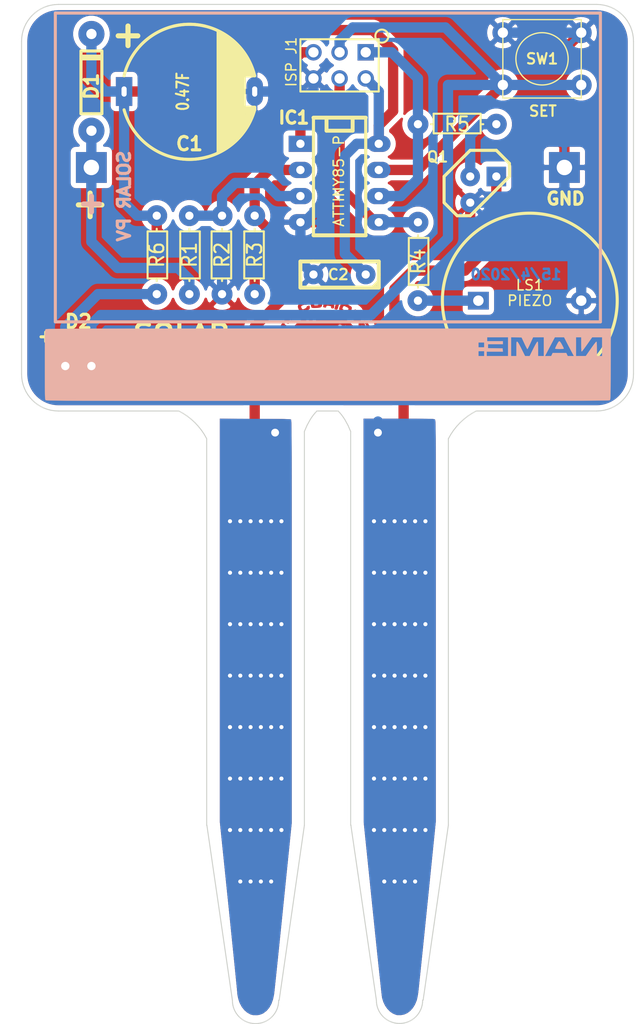
<source format=kicad_pcb>
(kicad_pcb (version 20171130) (host pcbnew "(5.1.0)-1")
  (layers (0 F.Cu signal) (31 B.Cu signal) (34 B.Paste user) (35 F.Paste user) (36 B.SilkS user) (37 F.SilkS user) (38 B.Mask user) (39 F.Mask user) (44 Edge.Cuts user))
  (net 0 "")
  (net 1 GND)
  (net 2 "Net-(D1-Pad2)")
  (net 3 VCC)
  (net 4 "Net-(IC1-Pad1)")
  (net 5 "Net-(Q1-Pad2)")
  (net 6 /Vsolar)
  (net 7 "Net-(P3-Pad2)")
  (net 8 /LED)
  (net 9 "Net-(D2-Pad1)")
  (net 10 /SOIL_POWER)
  (net 11 /PIEZO)
  (net 12 /SOIL_SENSE)
  (net 13 "Net-(LS1-Pad1)")
  (module REInnovationFootprint:TH_Resistor_1 (layer F.Cu) (at 119.38 109.855 270)
    (fp_text reference R1 (at 0 0 270) (layer F.SilkS) (effects (font (size 1.397 1.27) (thickness 0.2032))))
    (fp_text value 470k hide)
    (pad 1 thru_hole circle (at -3.81 0 270) (size 2.032 2.032) (drill 0.8001) (layers *.Cu *.Mask) (net 6 /Vsolar))
    (pad 2 thru_hole circle (at 3.81 0 270) (size 2.032 2.032) (drill 0.8001) (layers *.Cu *.Mask) (net 2 "Net-(D1-Pad2)"))
  )
  (module REInnovationFootprint:TH_Resistor_1 (layer F.Cu) (at 122.555 109.855 90)
    (fp_text reference R2 (at 0 0 90) (layer F.SilkS) (effects (font (size 1.397 1.27) (thickness 0.2032))))
    (fp_text value 10k hide)
    (pad 1 thru_hole circle (at -3.81 0 90) (size 2.032 2.032) (drill 0.8001) (layers *.Cu *.Mask) (net 1 GND))
    (pad 2 thru_hole circle (at 3.81 0 90) (size 2.032 2.032) (drill 0.8001) (layers *.Cu *.Mask) (net 6 /Vsolar))
  )
  (module REInnovationFootprint:TH_Resistor_1 (layer F.Cu) (at 125.73 109.855 90)
    (fp_text reference R3 (at 0 0 90) (layer F.SilkS) (effects (font (size 1.397 1.27) (thickness 0.2032))))
    (fp_text value 100k hide)
    (pad 1 thru_hole circle (at -3.81 0 90) (size 2.032 2.032) (drill 0.8001) (layers *.Cu *.Mask) (net 3 VCC))
    (pad 2 thru_hole circle (at 3.81 0 90) (size 2.032 2.032) (drill 0.8001) (layers *.Cu *.Mask) (net 12 /SOIL_SENSE))
  )
  (module REInnovationFootprint:TH_Resistor_1 (layer F.Cu) (at 141.605 110.49 270)
    (fp_text reference R4 (at 0 0 270) (layer F.SilkS) (effects (font (size 1.397 1.27) (thickness 0.2032))))
    (fp_text value 120 hide)
    (pad 1 thru_hole circle (at -3.81 0 270) (size 2.032 2.032) (drill 0.8001) (layers *.Cu *.Mask) (net 11 /PIEZO))
    (pad 2 thru_hole circle (at 3.81 0 270) (size 2.032 2.032) (drill 0.8001) (layers *.Cu *.Mask) (net 13 "Net-(LS1-Pad1)"))
  )
  (module REInnovationFootprint:TH_Resistor_1 (layer F.Cu) (at 145.415 97.155)
    (fp_text reference R5 (at 0 0) (layer F.SilkS) (effects (font (size 1.397 1.27) (thickness 0.2032))))
    (fp_text value 1k hide)
    (pad 1 thru_hole circle (at -3.81 0) (size 2.032 2.032) (drill 0.8001) (layers *.Cu *.Mask) (net 10 /SOIL_POWER))
    (pad 2 thru_hole circle (at 3.81 0) (size 2.032 2.032) (drill 0.8001) (layers *.Cu *.Mask) (net 5 "Net-(Q1-Pad2)"))
  )
  (module REInnovationFootprint:TH_Resistor_1 (layer F.Cu) (at 116.205 109.855 270)
    (fp_text reference R6 (at 0 0 270) (layer F.SilkS) (effects (font (size 1.397 1.27) (thickness 0.2032))))
    (fp_text value 330 hide)
    (pad 1 thru_hole circle (at -3.81 0 270) (size 2.032 2.032) (drill 0.8001) (layers *.Cu *.Mask) (net 3 VCC))
    (pad 2 thru_hole circle (at 3.81 0 270) (size 2.032 2.032) (drill 0.8001) (layers *.Cu *.Mask) (net 9 "Net-(D2-Pad1)"))
  )
  (module REInnovationFootprint:TH_PIEZO_17x7 (layer F.Cu) (at 152.48 114.3)
    (fp_text reference LS1 (at 0 -1.5) (layer F.SilkS))
    (fp_text value PIEZO (at 0 0 180) (layer F.SilkS))
    (pad 1 thru_hole rect (at -5 0) (size 2.032 1.7272) (drill 1.016) (layers *.Cu *.Mask) (net 13 "Net-(LS1-Pad1)"))
    (pad 2 thru_hole oval (at 5 0) (size 2.032 1.7272) (drill 1.016) (layers *.Cu *.Mask) (net 1 GND))
  )
  (module REInnovationFootprint:PV_53x30mm_TH (layer B.Cu) (at 156.845 86.36 270)
    (fp_text reference SC1 hide)
    (fp_text value "SOLAR PV" (at 17.78 43.815 270) (layer B.SilkS) (effects (font (size 1.2 1.2) (thickness 0.3)) (justify mirror)))
    (fp_text user + (at 18.415 46.99 180) (layer B.SilkS) (effects (font (size 2 2) (thickness 0.5)) (justify mirror)))
    (pad 2 thru_hole rect (at 15 1 180) (size 3 3) (drill 1.5) (layers *.Cu *.Mask) (net 1 GND))
    (pad 1 thru_hole rect (at 15 47) (size 3 3) (drill 1.5) (layers *.Cu *.Mask) (net 2 "Net-(D1-Pad2)"))
  )
  (module CuriousElectric3:2020_04_14_SolarSoilSensorPCB_Outline (layer F.Cu) (at 132.715 134.62)
    (fp_text reference P3 hide)
    (fp_text value SOIL_SENSOR hide)
    (fp_line (start -26.062562 -49.10038) (end -26.062562 -49.10038) (layer Edge.Cuts) (width 0.1))
    (fp_line (start 26.256216 -49.10038) (end -26.062562 -49.10038) (layer Edge.Cuts) (width 0.1))
    (fp_line (start 26.624363 -49.081906) (end 26.256216 -49.10038) (layer Edge.Cuts) (width 0.1))
    (fp_line (start 26.981638 -49.027671) (end 26.624363 -49.081906) (layer Edge.Cuts) (width 0.1))
    (fp_line (start 27.326262 -48.939453) (end 26.981638 -49.027671) (layer Edge.Cuts) (width 0.1))
    (fp_line (start 27.65646 -48.81903) (end 27.326262 -48.939453) (layer Edge.Cuts) (width 0.1))
    (fp_line (start 27.970453 -48.668182) (end 27.65646 -48.81903) (layer Edge.Cuts) (width 0.1))
    (fp_line (start 28.266466 -48.488686) (end 27.970453 -48.668182) (layer Edge.Cuts) (width 0.1))
    (fp_line (start 28.54272 -48.282321) (end 28.266466 -48.488686) (layer Edge.Cuts) (width 0.1))
    (fp_line (start 28.79744 -48.050865) (end 28.54272 -48.282321) (layer Edge.Cuts) (width 0.1))
    (fp_line (start 29.028847 -47.796098) (end 28.79744 -48.050865) (layer Edge.Cuts) (width 0.1))
    (fp_line (start 29.235166 -47.519797) (end 29.028847 -47.796098) (layer Edge.Cuts) (width 0.1))
    (fp_line (start 29.414618 -47.223741) (end 29.235166 -47.519797) (layer Edge.Cuts) (width 0.1))
    (fp_line (start 29.565428 -46.909708) (end 29.414618 -47.223741) (layer Edge.Cuts) (width 0.1))
    (fp_line (start 29.685817 -46.579478) (end 29.565428 -46.909708) (layer Edge.Cuts) (width 0.1))
    (fp_line (start 29.774009 -46.234828) (end 29.685817 -46.579478) (layer Edge.Cuts) (width 0.1))
    (fp_line (start 29.828228 -45.877538) (end 29.774009 -46.234828) (layer Edge.Cuts) (width 0.1))
    (fp_line (start 29.846695 -45.509385) (end 29.828228 -45.877538) (layer Edge.Cuts) (width 0.1))
    (fp_line (start 29.846695 -13.190945) (end 29.846695 -45.509385) (layer Edge.Cuts) (width 0.1))
    (fp_line (start 29.828228 -12.822792) (end 29.846695 -13.190945) (layer Edge.Cuts) (width 0.1))
    (fp_line (start 29.774009 -12.465501) (end 29.828228 -12.822792) (layer Edge.Cuts) (width 0.1))
    (fp_line (start 29.685817 -12.120851) (end 29.774009 -12.465501) (layer Edge.Cuts) (width 0.1))
    (fp_line (start 29.565427 -11.790621) (end 29.685817 -12.120851) (layer Edge.Cuts) (width 0.1))
    (fp_line (start 29.414618 -11.476589) (end 29.565427 -11.790621) (layer Edge.Cuts) (width 0.1))
    (fp_line (start 29.235165 -11.180533) (end 29.414618 -11.476589) (layer Edge.Cuts) (width 0.1))
    (fp_line (start 29.028847 -10.904232) (end 29.235165 -11.180533) (layer Edge.Cuts) (width 0.1))
    (fp_line (start 28.797439 -10.649464) (end 29.028847 -10.904232) (layer Edge.Cuts) (width 0.1))
    (fp_line (start 28.54272 -10.418008) (end 28.797439 -10.649464) (layer Edge.Cuts) (width 0.1))
    (fp_line (start 28.266465 -10.211643) (end 28.54272 -10.418008) (layer Edge.Cuts) (width 0.1))
    (fp_line (start 27.970453 -10.032147) (end 28.266465 -10.211643) (layer Edge.Cuts) (width 0.1))
    (fp_line (start 27.656459 -9.881298) (end 27.970453 -10.032147) (layer Edge.Cuts) (width 0.1))
    (fp_line (start 27.326262 -9.760876) (end 27.656459 -9.881298) (layer Edge.Cuts) (width 0.1))
    (fp_line (start 26.981638 -9.672658) (end 27.326262 -9.760876) (layer Edge.Cuts) (width 0.1))
    (fp_line (start 26.624363 -9.618423) (end 26.981638 -9.672658) (layer Edge.Cuts) (width 0.1))
    (fp_line (start 26.256216 -9.599949) (end 26.624363 -9.618423) (layer Edge.Cuts) (width 0.1))
    (fp_line (start 14.556672 -9.599949) (end 26.256216 -9.599949) (layer Edge.Cuts) (width 0.1))
    (fp_line (start 14.135738 -9.367873) (end 14.556672 -9.599949) (layer Edge.Cuts) (width 0.1))
    (fp_line (start 13.732068 -9.099573) (end 14.135738 -9.367873) (layer Edge.Cuts) (width 0.1))
    (fp_line (start 13.348772 -8.798182) (end 13.732068 -9.099573) (layer Edge.Cuts) (width 0.1))
    (fp_line (start 12.988961 -8.466832) (end 13.348772 -8.798182) (layer Edge.Cuts) (width 0.1))
    (fp_line (start 12.655744 -8.108656) (end 12.988961 -8.466832) (layer Edge.Cuts) (width 0.1))
    (fp_line (start 12.352231 -7.726788) (end 12.655744 -8.108656) (layer Edge.Cuts) (width 0.1))
    (fp_line (start 12.081534 -7.324361) (end 12.352231 -7.726788) (layer Edge.Cuts) (width 0.1))
    (fp_line (start 11.846762 -6.904506) (end 12.081534 -7.324361) (layer Edge.Cuts) (width 0.1))
    (fp_line (start 11.846762 30.636345) (end 11.846762 -6.904506) (layer Edge.Cuts) (width 0.1))
    (fp_line (start 9.393672 47.6322) (end 11.846762 30.636345) (layer Edge.Cuts) (width 0.1))
    (fp_line (start 9.346652 47.6322) (end 9.393672 47.6322) (layer Edge.Cuts) (width 0.1))
    (fp_line (start 9.346652 47.6503) (end 9.346652 47.6322) (layer Edge.Cuts) (width 0.1))
    (fp_line (start 9.335078 47.880987) (end 9.346652 47.6503) (layer Edge.Cuts) (width 0.1))
    (fp_line (start 9.301098 48.104864) (end 9.335078 47.880987) (layer Edge.Cuts) (width 0.1))
    (fp_line (start 9.245828 48.320818) (end 9.301098 48.104864) (layer Edge.Cuts) (width 0.1))
    (fp_line (start 9.170379 48.527734) (end 9.245828 48.320818) (layer Edge.Cuts) (width 0.1))
    (fp_line (start 9.075867 48.724498) (end 9.170379 48.527734) (layer Edge.Cuts) (width 0.1))
    (fp_line (start 8.963406 48.909997) (end 9.075867 48.724498) (layer Edge.Cuts) (width 0.1))
    (fp_line (start 8.83411 49.083116) (end 8.963406 48.909997) (layer Edge.Cuts) (width 0.1))
    (fp_line (start 8.689092 49.242741) (end 8.83411 49.083116) (layer Edge.Cuts) (width 0.1))
    (fp_line (start 8.529467 49.387759) (end 8.689092 49.242741) (layer Edge.Cuts) (width 0.1))
    (fp_line (start 8.356348 49.517056) (end 8.529467 49.387759) (layer Edge.Cuts) (width 0.1))
    (fp_line (start 8.17085 49.629516) (end 8.356348 49.517056) (layer Edge.Cuts) (width 0.1))
    (fp_line (start 7.974086 49.724028) (end 8.17085 49.629516) (layer Edge.Cuts) (width 0.1))
    (fp_line (start 7.767172 49.799476) (end 7.974086 49.724028) (layer Edge.Cuts) (width 0.1))
    (fp_line (start 7.551219 49.854747) (end 7.767172 49.799476) (layer Edge.Cuts) (width 0.1))
    (fp_line (start 7.327344 49.888726) (end 7.551219 49.854747) (layer Edge.Cuts) (width 0.1))
    (fp_line (start 7.096659 49.9003) (end 7.327344 49.888726) (layer Edge.Cuts) (width 0.1))
    (fp_line (start 6.865973 49.888726) (end 7.096659 49.9003) (layer Edge.Cuts) (width 0.1))
    (fp_line (start 6.642097 49.854747) (end 6.865973 49.888726) (layer Edge.Cuts) (width 0.1))
    (fp_line (start 6.426144 49.799476) (end 6.642097 49.854747) (layer Edge.Cuts) (width 0.1))
    (fp_line (start 6.219229 49.724028) (end 6.426144 49.799476) (layer Edge.Cuts) (width 0.1))
    (fp_line (start 6.022466 49.629516) (end 6.219229 49.724028) (layer Edge.Cuts) (width 0.1))
    (fp_line (start 5.836968 49.517056) (end 6.022466 49.629516) (layer Edge.Cuts) (width 0.1))
    (fp_line (start 5.663849 49.387759) (end 5.836968 49.517056) (layer Edge.Cuts) (width 0.1))
    (fp_line (start 5.504224 49.242741) (end 5.663849 49.387759) (layer Edge.Cuts) (width 0.1))
    (fp_line (start 5.359206 49.083116) (end 5.504224 49.242741) (layer Edge.Cuts) (width 0.1))
    (fp_line (start 5.22991 48.909997) (end 5.359206 49.083116) (layer Edge.Cuts) (width 0.1))
    (fp_line (start 5.117449 48.724498) (end 5.22991 48.909997) (layer Edge.Cuts) (width 0.1))
    (fp_line (start 5.022938 48.527734) (end 5.117449 48.724498) (layer Edge.Cuts) (width 0.1))
    (fp_line (start 4.94749 48.320818) (end 5.022938 48.527734) (layer Edge.Cuts) (width 0.1))
    (fp_line (start 4.892219 48.104864) (end 4.94749 48.320818) (layer Edge.Cuts) (width 0.1))
    (fp_line (start 4.85824 47.880987) (end 4.892219 48.104864) (layer Edge.Cuts) (width 0.1))
    (fp_line (start 4.846666 47.6503) (end 4.85824 47.880987) (layer Edge.Cuts) (width 0.1))
    (fp_line (start 4.846666 47.6322) (end 4.846666 47.6503) (layer Edge.Cuts) (width 0.1))
    (fp_line (start 2.370333 30.660115) (end 4.846666 47.6322) (layer Edge.Cuts) (width 0.1))
    (fp_line (start 2.376533 30.636355) (end 2.370333 30.660115) (layer Edge.Cuts) (width 0.1))
    (fp_line (start 2.346553 30.636355) (end 2.376533 30.636355) (layer Edge.Cuts) (width 0.1))
    (fp_line (start 2.346553 -7.611441) (end 2.346553 30.636355) (layer Edge.Cuts) (width 0.1))
    (fp_line (start 2.08575 -8.21065) (end 2.346553 -7.611441) (layer Edge.Cuts) (width 0.1))
    (fp_line (start 1.790154 -8.749556) (end 2.08575 -8.21065) (layer Edge.Cuts) (width 0.1))
    (fp_line (start 1.63188 -8.992762) (end 1.790154 -8.749556) (layer Edge.Cuts) (width 0.1))
    (fp_line (start 1.467996 -9.216532) (end 1.63188 -8.992762) (layer Edge.Cuts) (width 0.1))
    (fp_line (start 1.299528 -9.419412) (end 1.467996 -9.216532) (layer Edge.Cuts) (width 0.1))
    (fp_line (start 1.127507 -9.599949) (end 1.299528 -9.419412) (layer Edge.Cuts) (width 0.1))
    (fp_line (start -0.933865 -9.599949) (end 1.127507 -9.599949) (layer Edge.Cuts) (width 0.1))
    (fp_line (start -1.105892 -9.419449) (end -0.933865 -9.599949) (layer Edge.Cuts) (width 0.1))
    (fp_line (start -1.27436 -9.216634) (end -1.105892 -9.419449) (layer Edge.Cuts) (width 0.1))
    (fp_line (start -1.438242 -8.992947) (end -1.27436 -9.216634) (layer Edge.Cuts) (width 0.1))
    (fp_line (start -1.596511 -8.749832) (end -1.438242 -8.992947) (layer Edge.Cuts) (width 0.1))
    (fp_line (start -1.8921 -8.21109) (end -1.596511 -8.749832) (layer Edge.Cuts) (width 0.1))
    (fp_line (start -2.152911 -7.611957) (end -1.8921 -8.21109) (layer Edge.Cuts) (width 0.1))
    (fp_line (start -2.152911 30.652386) (end -2.152911 -7.611957) (layer Edge.Cuts) (width 0.1))
    (fp_line (start -4.605996 47.64825) (end -2.152911 30.652386) (layer Edge.Cuts) (width 0.1))
    (fp_line (start -4.653016 47.64825) (end -4.605996 47.64825) (layer Edge.Cuts) (width 0.1))
    (fp_line (start -4.653016 47.66635) (end -4.653016 47.64825) (layer Edge.Cuts) (width 0.1))
    (fp_line (start -4.66459 47.897037) (end -4.653016 47.66635) (layer Edge.Cuts) (width 0.1))
    (fp_line (start -4.69857 48.120914) (end -4.66459 47.897037) (layer Edge.Cuts) (width 0.1))
    (fp_line (start -4.75384 48.336868) (end -4.69857 48.120914) (layer Edge.Cuts) (width 0.1))
    (fp_line (start -4.829289 48.543784) (end -4.75384 48.336868) (layer Edge.Cuts) (width 0.1))
    (fp_line (start -4.923801 48.740548) (end -4.829289 48.543784) (layer Edge.Cuts) (width 0.1))
    (fp_line (start -5.036262 48.926047) (end -4.923801 48.740548) (layer Edge.Cuts) (width 0.1))
    (fp_line (start -5.165558 49.099166) (end -5.036262 48.926047) (layer Edge.Cuts) (width 0.1))
    (fp_line (start -5.310576 49.258791) (end -5.165558 49.099166) (layer Edge.Cuts) (width 0.1))
    (fp_line (start -5.470201 49.403809) (end -5.310576 49.258791) (layer Edge.Cuts) (width 0.1))
    (fp_line (start -5.64332 49.533106) (end -5.470201 49.403809) (layer Edge.Cuts) (width 0.1))
    (fp_line (start -5.828818 49.645566) (end -5.64332 49.533106) (layer Edge.Cuts) (width 0.1))
    (fp_line (start -6.025582 49.740078) (end -5.828818 49.645566) (layer Edge.Cuts) (width 0.1))
    (fp_line (start -6.232496 49.815526) (end -6.025582 49.740078) (layer Edge.Cuts) (width 0.1))
    (fp_line (start -6.448449 49.870797) (end -6.232496 49.815526) (layer Edge.Cuts) (width 0.1))
    (fp_line (start -6.672324 49.904776) (end -6.448449 49.870797) (layer Edge.Cuts) (width 0.1))
    (fp_line (start -6.903009 49.91635) (end -6.672324 49.904776) (layer Edge.Cuts) (width 0.1))
    (fp_line (start -7.133695 49.904776) (end -6.903009 49.91635) (layer Edge.Cuts) (width 0.1))
    (fp_line (start -7.357571 49.870797) (end -7.133695 49.904776) (layer Edge.Cuts) (width 0.1))
    (fp_line (start -7.573524 49.815526) (end -7.357571 49.870797) (layer Edge.Cuts) (width 0.1))
    (fp_line (start -7.780439 49.740078) (end -7.573524 49.815526) (layer Edge.Cuts) (width 0.1))
    (fp_line (start -7.977202 49.645566) (end -7.780439 49.740078) (layer Edge.Cuts) (width 0.1))
    (fp_line (start -8.1627 49.533106) (end -7.977202 49.645566) (layer Edge.Cuts) (width 0.1))
    (fp_line (start -8.335819 49.403809) (end -8.1627 49.533106) (layer Edge.Cuts) (width 0.1))
    (fp_line (start -8.495444 49.258791) (end -8.335819 49.403809) (layer Edge.Cuts) (width 0.1))
    (fp_line (start -8.640461 49.099166) (end -8.495444 49.258791) (layer Edge.Cuts) (width 0.1))
    (fp_line (start -8.769757 48.926047) (end -8.640461 49.099166) (layer Edge.Cuts) (width 0.1))
    (fp_line (start -8.882218 48.740548) (end -8.769757 48.926047) (layer Edge.Cuts) (width 0.1))
    (fp_line (start -8.976729 48.543784) (end -8.882218 48.740548) (layer Edge.Cuts) (width 0.1))
    (fp_line (start -9.052177 48.336868) (end -8.976729 48.543784) (layer Edge.Cuts) (width 0.1))
    (fp_line (start -9.107448 48.120914) (end -9.052177 48.336868) (layer Edge.Cuts) (width 0.1))
    (fp_line (start -9.141427 47.897037) (end -9.107448 48.120914) (layer Edge.Cuts) (width 0.1))
    (fp_line (start -9.153001 47.66635) (end -9.141427 47.897037) (layer Edge.Cuts) (width 0.1))
    (fp_line (start -9.153001 47.64825) (end -9.153001 47.66635) (layer Edge.Cuts) (width 0.1))
    (fp_line (start -11.629336 30.676163) (end -9.153001 47.64825) (layer Edge.Cuts) (width 0.1))
    (fp_line (start -11.623136 30.652373) (end -11.629336 30.676163) (layer Edge.Cuts) (width 0.1))
    (fp_line (start -11.653106 30.652373) (end -11.623136 30.652373) (layer Edge.Cuts) (width 0.1))
    (fp_line (start -11.653106 -6.909673) (end -11.653106 30.652373) (layer Edge.Cuts) (width 0.1))
    (fp_line (start -11.888242 -7.328355) (end -11.653106 -6.909673) (layer Edge.Cuts) (width 0.1))
    (fp_line (start -12.1593 -7.729821) (end -11.888242 -7.328355) (layer Edge.Cuts) (width 0.1))
    (fp_line (start -12.463128 -8.110909) (end -12.1593 -7.729821) (layer Edge.Cuts) (width 0.1))
    (fp_line (start -12.796575 -8.468454) (end -12.463128 -8.110909) (layer Edge.Cuts) (width 0.1))
    (fp_line (start -13.156491 -8.799294) (end -12.796575 -8.468454) (layer Edge.Cuts) (width 0.1))
    (fp_line (start -13.539723 -9.100266) (end -13.156491 -8.799294) (layer Edge.Cuts) (width 0.1))
    (fp_line (start -13.943122 -9.368205) (end -13.539723 -9.100266) (layer Edge.Cuts) (width 0.1))
    (fp_line (start -14.363535 -9.599949) (end -13.943122 -9.368205) (layer Edge.Cuts) (width 0.1))
    (fp_line (start -26.062562 -9.599949) (end -14.363535 -9.599949) (layer Edge.Cuts) (width 0.1))
    (fp_line (start -26.430709 -9.618423) (end -26.062562 -9.599949) (layer Edge.Cuts) (width 0.1))
    (fp_line (start -26.787983 -9.672658) (end -26.430709 -9.618423) (layer Edge.Cuts) (width 0.1))
    (fp_line (start -27.132608 -9.760876) (end -26.787983 -9.672658) (layer Edge.Cuts) (width 0.1))
    (fp_line (start -27.462805 -9.881298) (end -27.132608 -9.760876) (layer Edge.Cuts) (width 0.1))
    (fp_line (start -27.776798 -10.032147) (end -27.462805 -9.881298) (layer Edge.Cuts) (width 0.1))
    (fp_line (start -28.072811 -10.211643) (end -27.776798 -10.032147) (layer Edge.Cuts) (width 0.1))
    (fp_line (start -28.349065 -10.418008) (end -28.072811 -10.211643) (layer Edge.Cuts) (width 0.1))
    (fp_line (start -28.603784 -10.649464) (end -28.349065 -10.418008) (layer Edge.Cuts) (width 0.1))
    (fp_line (start -28.835192 -10.904232) (end -28.603784 -10.649464) (layer Edge.Cuts) (width 0.1))
    (fp_line (start -29.04151 -11.180533) (end -28.835192 -10.904232) (layer Edge.Cuts) (width 0.1))
    (fp_line (start -29.220962 -11.476589) (end -29.04151 -11.180533) (layer Edge.Cuts) (width 0.1))
    (fp_line (start -29.371772 -11.790621) (end -29.220962 -11.476589) (layer Edge.Cuts) (width 0.1))
    (fp_line (start -29.492161 -12.120851) (end -29.371772 -11.790621) (layer Edge.Cuts) (width 0.1))
    (fp_line (start -29.580354 -12.465501) (end -29.492161 -12.120851) (layer Edge.Cuts) (width 0.1))
    (fp_line (start -29.634573 -12.822792) (end -29.580354 -12.465501) (layer Edge.Cuts) (width 0.1))
    (fp_line (start -29.65304 -13.190945) (end -29.634573 -12.822792) (layer Edge.Cuts) (width 0.1))
    (fp_line (start -29.65304 -45.509385) (end -29.65304 -13.190945) (layer Edge.Cuts) (width 0.1))
    (fp_line (start -29.634573 -45.877538) (end -29.65304 -45.509385) (layer Edge.Cuts) (width 0.1))
    (fp_line (start -29.580354 -46.234828) (end -29.634573 -45.877538) (layer Edge.Cuts) (width 0.1))
    (fp_line (start -29.492161 -46.579478) (end -29.580354 -46.234828) (layer Edge.Cuts) (width 0.1))
    (fp_line (start -29.371772 -46.909708) (end -29.492161 -46.579478) (layer Edge.Cuts) (width 0.1))
    (fp_line (start -29.220962 -47.223741) (end -29.371772 -46.909708) (layer Edge.Cuts) (width 0.1))
    (fp_line (start -29.04151 -47.519797) (end -29.220962 -47.223741) (layer Edge.Cuts) (width 0.1))
    (fp_line (start -28.835192 -47.796098) (end -29.04151 -47.519797) (layer Edge.Cuts) (width 0.1))
    (fp_line (start -28.603784 -48.050865) (end -28.835192 -47.796098) (layer Edge.Cuts) (width 0.1))
    (fp_line (start -28.349065 -48.282321) (end -28.603784 -48.050865) (layer Edge.Cuts) (width 0.1))
    (fp_line (start -28.072811 -48.488686) (end -28.349065 -48.282321) (layer Edge.Cuts) (width 0.1))
    (fp_line (start -27.776798 -48.668182) (end -28.072811 -48.488686) (layer Edge.Cuts) (width 0.1))
    (fp_line (start -27.462805 -48.81903) (end -27.776798 -48.668182) (layer Edge.Cuts) (width 0.1))
    (fp_line (start -27.132608 -48.939453) (end -27.462805 -48.81903) (layer Edge.Cuts) (width 0.1))
    (fp_line (start -26.787983 -49.027671) (end -27.132608 -48.939453) (layer Edge.Cuts) (width 0.1))
    (fp_line (start -26.430709 -49.081906) (end -26.787983 -49.027671) (layer Edge.Cuts) (width 0.1))
    (fp_line (start -26.062562 -49.10038) (end -26.430709 -49.081906) (layer Edge.Cuts) (width 0.1))
    (fp_poly (pts (xy 7.645948 -8.847627) (xy 8.185598 -8.847417) (xy 8.651714 -8.846903) (xy 9.049863 -8.845951) (xy 9.385611 -8.844428) (xy 9.664525 -8.842198) (xy 9.892171 -8.839127) (xy 10.074115 -8.835082) (xy 10.215925 -8.829929) (xy 10.323167 -8.823533) (xy 10.401406 -8.815759) (xy 10.456211 -8.806475) (xy 10.493146 -8.795546) (xy 10.517779 -8.782838) (xy 10.535676 -8.768216) (xy 10.541 -8.763) (xy 10.547657 -8.75584) (xy 10.553956 -8.746511) (xy 10.559906 -8.732724) (xy 10.565517 -8.712189) (xy 10.5708 -8.682616) (xy 10.575764 -8.641716) (xy 10.58042 -8.587199) (xy 10.584776 -8.516774) (xy 10.588843 -8.428154) (xy 10.592632 -8.319046) (xy 10.596151 -8.187163) (xy 10.599411 -8.030213) (xy 10.602421 -7.845908) (xy 10.605193 -7.631957) (xy 10.607734 -7.386071) (xy 10.610056 -7.10596) (xy 10.612169 -6.789334) (xy 10.614082 -6.433904) (xy 10.615805 -6.03738) (xy 10.617348 -5.597471) (xy 10.618721 -5.111889) (xy 10.619934 -4.578343) (xy 10.620997 -3.994544) (xy 10.621919 -3.358202) (xy 10.622712 -2.667027) (xy 10.623384 -1.91873) (xy 10.623945 -1.11102) (xy 10.624406 -0.241608) (xy 10.624777 0.691795) (xy 10.625066 1.69148) (xy 10.625285 2.759737) (xy 10.625443 3.898854) (xy 10.62555 5.111123) (xy 10.625616 6.398832) (xy 10.625651 7.764271) (xy 10.625664 9.20973) (xy 10.625667 10.7375) (xy 10.625667 30.245342) (xy 9.800673 38.353088) (xy 9.716346 39.180878) (xy 9.633688 39.990426) (xy 9.553157 40.777337) (xy 9.475209 41.537214) (xy 9.400301 42.265662) (xy 9.32889 42.958284) (xy 9.261433 43.610685) (xy 9.198386 44.218469) (xy 9.140207 44.777241) (xy 9.087352 45.282603) (xy 9.040278 45.73016) (xy 8.999442 46.115517) (xy 8.9653 46.434277) (xy 8.93831 46.682045) (xy 8.918928 46.854425) (xy 8.907611 46.94702) (xy 8.907521 46.947667) (xy 8.871423 47.17299) (xy 8.827837 47.396513) (xy 8.783055 47.587933) (xy 8.753726 47.6885) (xy 8.589997 48.074972) (xy 8.38044 48.408333) (xy 8.131789 48.682486) (xy 7.85078 48.891337) (xy 7.544151 49.02879) (xy 7.218637 49.088748) (xy 7.205611 49.089435) (xy 7.036291 49.09145) (xy 6.881711 49.08305) (xy 6.789534 49.068994) (xy 6.474347 48.945466) (xy 6.18267 48.748568) (xy 5.922497 48.488161) (xy 5.701822 48.174107) (xy 5.528638 47.816268) (xy 5.41094 47.424506) (xy 5.396021 47.349833) (xy 5.385451 47.274049) (xy 5.366715 47.11827) (xy 5.340263 46.886729) (xy 5.306544 46.583658) (xy 5.266008 46.213288) (xy 5.219105 45.779854) (xy 5.166283 45.287586) (xy 5.107992 44.740717) (xy 5.044683 44.14348) (xy 4.976804 43.500107) (xy 4.904804 42.81483) (xy 4.829135 42.091881) (xy 4.750244 41.335494) (xy 4.668581 40.5499) (xy 4.584597 39.739331) (xy 4.49874 38.90802) (xy 4.476543 38.692667) (xy 3.6195 30.374167) (xy 3.608781 10.76325) (xy 3.598063 -8.847667) (xy 7.027198 -8.847667) (xy 7.645948 -8.847627)) (layer B.Cu) (width 0.01))
    (fp_poly (pts (xy -6.949158 -8.837817) (xy -6.314325 -8.835511) (xy -5.759082 -8.833) (xy -5.278351 -8.830182) (xy -4.867058 -8.826956) (xy -4.520124 -8.823221) (xy -4.232474 -8.818877) (xy -3.999031 -8.813823) (xy -3.814718 -8.807958) (xy -3.674458 -8.80118) (xy -3.573175 -8.793389) (xy -3.505793 -8.784484) (xy -3.467234 -8.774365) (xy -3.456658 -8.7684) (xy -3.451151 -8.759861) (xy -3.445939 -8.742131) (xy -3.441014 -8.712952) (xy -3.436367 -8.670066) (xy -3.431991 -8.611214) (xy -3.427878 -8.534139) (xy -3.42402 -8.436582) (xy -3.420408 -8.316286) (xy -3.417035 -8.170991) (xy -3.413892 -7.998441) (xy -3.410972 -7.796376) (xy -3.408266 -7.562539) (xy -3.405766 -7.294672) (xy -3.403465 -6.990516) (xy -3.401353 -6.647813) (xy -3.399424 -6.264306) (xy -3.39767 -5.837735) (xy -3.396081 -5.365844) (xy -3.39465 -4.846373) (xy -3.393369 -4.277066) (xy -3.39223 -3.655662) (xy -3.391225 -2.979905) (xy -3.390345 -2.247537) (xy -3.389583 -1.456298) (xy -3.388931 -0.603932) (xy -3.388381 0.311821) (xy -3.387924 1.293218) (xy -3.387553 2.342517) (xy -3.387259 3.461976) (xy -3.387034 4.653854) (xy -3.386871 5.920409) (xy -3.386761 7.263899) (xy -3.386696 8.686582) (xy -3.386669 10.190716) (xy -3.386666 10.853583) (xy -3.386666 30.417466) (xy -4.213037 38.523816) (xy -4.297442 39.350754) (xy -4.380146 40.159009) (xy -4.460695 40.944216) (xy -4.538632 41.702011) (xy -4.613504 42.428032) (xy -4.684854 43.117914) (xy -4.752228 43.767294) (xy -4.815169 44.371808) (xy -4.873223 44.927092) (xy -4.925935 45.428783) (xy -4.972849 45.872517) (xy -5.013511 46.253929) (xy -5.047463 46.568658) (xy -5.074253 46.812337) (xy -5.093423 46.980605) (xy -5.10452 47.069097) (xy -5.104669 47.070109) (xy -5.208094 47.562526) (xy -5.362411 47.993013) (xy -5.566271 48.359343) (xy -5.818322 48.659287) (xy -6.117215 48.890614) (xy -6.252601 48.964918) (xy -6.514221 49.057061) (xy -6.806 49.100354) (xy -7.097132 49.09315) (xy -7.356814 49.0338) (xy -7.379233 49.025188) (xy -7.700235 48.851817) (xy -7.987494 48.605997) (xy -8.233532 48.295767) (xy -8.430872 47.929168) (xy -8.457331 47.866057) (xy -8.537075 47.636655) (xy -8.605097 47.381768) (xy -8.654116 47.133588) (xy -8.676852 46.92431) (xy -8.677598 46.892038) (xy -8.681962 46.834167) (xy -8.694624 46.696222) (xy -8.715166 46.482346) (xy -8.743167 46.196683) (xy -8.778209 45.843375) (xy -8.819873 45.426564) (xy -8.867739 44.950395) (xy -8.921389 44.41901) (xy -8.980402 43.836552) (xy -9.04436 43.207164) (xy -9.112844 42.534989) (xy -9.185435 41.82417) (xy -9.261713 41.07885) (xy -9.341258 40.303172) (xy -9.423653 39.501278) (xy -9.508477 38.677312) (xy -9.525 38.516997) (xy -10.371666 30.303418) (xy -10.371666 -8.849134) (xy -6.949158 -8.837817)) (layer B.Cu) (width 0.01))
    (fp_poly (pts (xy 7.645948 -8.847627) (xy 8.185598 -8.847417) (xy 8.651714 -8.846903) (xy 9.049863 -8.845951) (xy 9.385611 -8.844428) (xy 9.664525 -8.842198) (xy 9.892171 -8.839127) (xy 10.074115 -8.835082) (xy 10.215925 -8.829929) (xy 10.323167 -8.823533) (xy 10.401406 -8.815759) (xy 10.456211 -8.806475) (xy 10.493146 -8.795546) (xy 10.517779 -8.782838) (xy 10.535676 -8.768216) (xy 10.541 -8.763) (xy 10.547657 -8.75584) (xy 10.553956 -8.746511) (xy 10.559906 -8.732724) (xy 10.565517 -8.712189) (xy 10.5708 -8.682616) (xy 10.575764 -8.641716) (xy 10.58042 -8.587199) (xy 10.584776 -8.516774) (xy 10.588843 -8.428154) (xy 10.592632 -8.319046) (xy 10.596151 -8.187163) (xy 10.599411 -8.030213) (xy 10.602421 -7.845908) (xy 10.605193 -7.631957) (xy 10.607734 -7.386071) (xy 10.610056 -7.10596) (xy 10.612169 -6.789334) (xy 10.614082 -6.433904) (xy 10.615805 -6.03738) (xy 10.617348 -5.597471) (xy 10.618721 -5.111889) (xy 10.619934 -4.578343) (xy 10.620997 -3.994544) (xy 10.621919 -3.358202) (xy 10.622712 -2.667027) (xy 10.623384 -1.91873) (xy 10.623945 -1.11102) (xy 10.624406 -0.241608) (xy 10.624777 0.691795) (xy 10.625066 1.69148) (xy 10.625285 2.759737) (xy 10.625443 3.898854) (xy 10.62555 5.111123) (xy 10.625616 6.398832) (xy 10.625651 7.764271) (xy 10.625664 9.20973) (xy 10.625667 10.7375) (xy 10.625667 30.245342) (xy 9.800673 38.353088) (xy 9.716346 39.180878) (xy 9.633688 39.990426) (xy 9.553157 40.777337) (xy 9.475209 41.537214) (xy 9.400301 42.265662) (xy 9.32889 42.958284) (xy 9.261433 43.610685) (xy 9.198386 44.218469) (xy 9.140207 44.777241) (xy 9.087352 45.282603) (xy 9.040278 45.73016) (xy 8.999442 46.115517) (xy 8.9653 46.434277) (xy 8.93831 46.682045) (xy 8.918928 46.854425) (xy 8.907611 46.94702) (xy 8.907521 46.947667) (xy 8.871423 47.17299) (xy 8.827837 47.396513) (xy 8.783055 47.587933) (xy 8.753726 47.6885) (xy 8.589997 48.074972) (xy 8.38044 48.408333) (xy 8.131789 48.682486) (xy 7.85078 48.891337) (xy 7.544151 49.02879) (xy 7.218637 49.088748) (xy 7.205611 49.089435) (xy 7.036291 49.09145) (xy 6.881711 49.08305) (xy 6.789534 49.068994) (xy 6.474347 48.945466) (xy 6.18267 48.748568) (xy 5.922497 48.488161) (xy 5.701822 48.174107) (xy 5.528638 47.816268) (xy 5.41094 47.424506) (xy 5.396021 47.349833) (xy 5.385451 47.274049) (xy 5.366715 47.11827) (xy 5.340263 46.886729) (xy 5.306544 46.583658) (xy 5.266008 46.213288) (xy 5.219105 45.779854) (xy 5.166283 45.287586) (xy 5.107992 44.740717) (xy 5.044683 44.14348) (xy 4.976804 43.500107) (xy 4.904804 42.81483) (xy 4.829135 42.091881) (xy 4.750244 41.335494) (xy 4.668581 40.5499) (xy 4.584597 39.739331) (xy 4.49874 38.90802) (xy 4.476543 38.692667) (xy 3.6195 30.374167) (xy 3.608781 10.76325) (xy 3.598063 -8.847667) (xy 7.027198 -8.847667) (xy 7.645948 -8.847627)) (layer F.Cu) (width 0.01))
    (fp_poly (pts (xy -6.949158 -8.837817) (xy -6.314325 -8.835511) (xy -5.759082 -8.833) (xy -5.278351 -8.830182) (xy -4.867058 -8.826956) (xy -4.520124 -8.823221) (xy -4.232474 -8.818877) (xy -3.999031 -8.813823) (xy -3.814718 -8.807958) (xy -3.674458 -8.80118) (xy -3.573175 -8.793389) (xy -3.505793 -8.784484) (xy -3.467234 -8.774365) (xy -3.456658 -8.7684) (xy -3.451151 -8.759861) (xy -3.445939 -8.742131) (xy -3.441014 -8.712952) (xy -3.436367 -8.670066) (xy -3.431991 -8.611214) (xy -3.427878 -8.534139) (xy -3.42402 -8.436582) (xy -3.420408 -8.316286) (xy -3.417035 -8.170991) (xy -3.413892 -7.998441) (xy -3.410972 -7.796376) (xy -3.408266 -7.562539) (xy -3.405766 -7.294672) (xy -3.403465 -6.990516) (xy -3.401353 -6.647813) (xy -3.399424 -6.264306) (xy -3.39767 -5.837735) (xy -3.396081 -5.365844) (xy -3.39465 -4.846373) (xy -3.393369 -4.277066) (xy -3.39223 -3.655662) (xy -3.391225 -2.979905) (xy -3.390345 -2.247537) (xy -3.389583 -1.456298) (xy -3.388931 -0.603932) (xy -3.388381 0.311821) (xy -3.387924 1.293218) (xy -3.387553 2.342517) (xy -3.387259 3.461976) (xy -3.387034 4.653854) (xy -3.386871 5.920409) (xy -3.386761 7.263899) (xy -3.386696 8.686582) (xy -3.386669 10.190716) (xy -3.386666 10.853583) (xy -3.386666 30.417466) (xy -4.213037 38.523816) (xy -4.297442 39.350754) (xy -4.380146 40.159009) (xy -4.460695 40.944216) (xy -4.538632 41.702011) (xy -4.613504 42.428032) (xy -4.684854 43.117914) (xy -4.752228 43.767294) (xy -4.815169 44.371808) (xy -4.873223 44.927092) (xy -4.925935 45.428783) (xy -4.972849 45.872517) (xy -5.013511 46.253929) (xy -5.047463 46.568658) (xy -5.074253 46.812337) (xy -5.093423 46.980605) (xy -5.10452 47.069097) (xy -5.104669 47.070109) (xy -5.208094 47.562526) (xy -5.362411 47.993013) (xy -5.566271 48.359343) (xy -5.818322 48.659287) (xy -6.117215 48.890614) (xy -6.252601 48.964918) (xy -6.514221 49.057061) (xy -6.806 49.100354) (xy -7.097132 49.09315) (xy -7.356814 49.0338) (xy -7.379233 49.025188) (xy -7.700235 48.851817) (xy -7.987494 48.605997) (xy -8.233532 48.295767) (xy -8.430872 47.929168) (xy -8.457331 47.866057) (xy -8.537075 47.636655) (xy -8.605097 47.381768) (xy -8.654116 47.133588) (xy -8.676852 46.92431) (xy -8.677598 46.892038) (xy -8.681962 46.834167) (xy -8.694624 46.696222) (xy -8.715166 46.482346) (xy -8.743167 46.196683) (xy -8.778209 45.843375) (xy -8.819873 45.426564) (xy -8.867739 44.950395) (xy -8.921389 44.41901) (xy -8.980402 43.836552) (xy -9.04436 43.207164) (xy -9.112844 42.534989) (xy -9.185435 41.82417) (xy -9.261713 41.07885) (xy -9.341258 40.303172) (xy -9.423653 39.501278) (xy -9.508477 38.677312) (xy -9.525 38.516997) (xy -10.371666 30.303418) (xy -10.371666 -8.849134) (xy -6.949158 -8.837817)) (layer F.Cu) (width 0.01))
    (pad 2 thru_hole circle (at 5 -7.5) (size 1.524 1.524) (drill 0.762) (layers *.Cu *.Mask) (net 7 "Net-(P3-Pad2)"))
    (pad 1 thru_hole circle (at -5 -7.5) (size 1.524 1.524) (drill 0.762) (layers *.Cu *.Mask) (net 12 /SOIL_SENSE))
  )
  (module REInnovationFootprint:C_0_47F_SuperCap (layer F.Cu) (at 119.38 93.98)
    (fp_text reference C1 (at 0 5.08 -180) (layer F.SilkS) (effects (font (size 1.3 1.3) (thickness 0.3))))
    (fp_text value 0.47F (at -0.635 0 -270) (layer F.SilkS) (effects (font (size 1.143 0.889) (thickness 0.2032))))
    (fp_text user + (at -5.969 -5.588) (layer F.SilkS) (effects (font (size 2.5 2.5) (thickness 0.5))))
    (pad 1 thru_hole rect (at -6.35 0) (size 1.6 2.8) (drill oval 0.5 1) (layers *.Cu *.Mask) (net 3 VCC))
    (pad 2 thru_hole oval (at 6.35 0) (size 1.6 2.8) (drill oval 0.5 1) (layers *.Cu *.Mask) (net 1 GND))
  )
  (module REInnovationFootprint:TH_Diode_1 (layer F.Cu) (at 109.855 93.472 90)
    (fp_text reference D1 (at 0 0 90) (layer F.SilkS) (effects (font (size 1.3 1.3) (thickness 0.3))))
    (fp_text value 1N5819 hide)
    (pad 1 thru_hole circle (at 5.08 0 90) (size 2.54 2.54) (drill 1.00076) (layers *.Cu *.Mask) (net 3 VCC))
    (pad 2 thru_hole circle (at -4.318 0 90) (size 2.54 2.54) (drill 1.00076) (layers *.Cu *.Mask) (net 2 "Net-(D1-Pad2)"))
  )
  (module REInnovationFootprint:LED-5MM_larg_pad (layer F.Cu) (at 108.585 120.65)
    (fp_text reference D2 (at 0 -4.318 -180) (layer F.SilkS) (effects (font (size 1.3 1.3) (thickness 0.3))))
    (fp_text value LED hide)
    (fp_text user + (at -3.175 -2.921) (layer F.SilkS) (effects (font (size 1.2 1.2) (thickness 0.3))))
    (pad 1 thru_hole circle (at -1.27 0) (size 2.032 2.032) (drill 0.8128) (layers *.Cu *.Mask) (net 9 "Net-(D2-Pad1)"))
    (pad 2 thru_hole circle (at 1.27 0) (size 2.032 2.032) (drill 0.8128) (layers *.Cu *.Mask) (net 8 /LED))
  )
  (module REInnovationFootprint:DIP-8_300_ELL (layer F.Cu) (at 133.985 106.68 270)
    (fp_text reference IC1 (at -10.16 4.445) (layer F.SilkS) (effects (font (size 1.2 1.2) (thickness 0.3))))
    (fp_text value ATTINY85-P (at -4.017 0.08 270) (layer F.SilkS))
    (pad 8 thru_hole oval (at -7.62 -3.81 270) (size 1.5748 2.286) (drill 0.8128) (layers *.Cu *.Mask) (net 3 VCC))
    (pad 7 thru_hole oval (at -5.08 -3.81 270) (size 1.5748 2.286) (drill 0.8128) (layers *.Cu *.Mask) (net 8 /LED))
    (pad 6 thru_hole oval (at -2.54 -3.81 270) (size 1.5748 2.286) (drill 0.8128) (layers *.Cu *.Mask) (net 10 /SOIL_POWER))
    (pad 5 thru_hole oval (at 0 -3.81 270) (size 1.5748 2.286) (drill 0.8128) (layers *.Cu *.Mask) (net 11 /PIEZO))
    (pad 4 thru_hole oval (at 0 3.81 270) (size 1.5748 2.286) (drill 0.8128) (layers *.Cu *.Mask) (net 1 GND))
    (pad 3 thru_hole oval (at -2.54 3.81 270) (size 1.5748 2.286) (drill 0.8128) (layers *.Cu *.Mask) (net 6 /Vsolar))
    (pad 2 thru_hole oval (at -5.08 3.81 270) (size 1.5748 2.286) (drill 0.8128) (layers *.Cu *.Mask) (net 12 /SOIL_SENSE))
    (pad 1 thru_hole rect (at -7.62 3.81 270) (size 1.5748 2.286) (drill 0.8128) (layers *.Cu *.Mask) (net 4 "Net-(IC1-Pad1)"))
  )
  (module REInnovationFootprint:TH3x2_ISP (layer F.Cu) (at 133.35 91.44 180)
    (fp_text reference J1 (at 4.064 1.905 90) (layer F.SilkS))
    (fp_text value ISP (at 4.064 -0.889 270) (layer F.SilkS))
    (pad 6 thru_hole circle (at 1.905 -1.27 180) (size 1.6002 1.6002) (drill 1) (layers *.Cu *.Mask) (net 1 GND))
    (pad 5 thru_hole circle (at 1.905 1.27 180) (size 1.6002 1.6002) (drill 1) (layers *.Cu *.Mask) (net 4 "Net-(IC1-Pad1)"))
    (pad 4 thru_hole circle (at -0.635 -1.27 180) (size 1.6002 1.6002) (drill 1) (layers *.Cu *.Mask) (net 11 /PIEZO))
    (pad 3 thru_hole circle (at -0.635 1.27 180) (size 1.6002 1.6002) (drill 1) (layers *.Cu *.Mask) (net 8 /LED))
    (pad 2 thru_hole circle (at -3.175 -1.27 180) (size 1.6002 1.6002) (drill 1) (layers *.Cu *.Mask) (net 3 VCC))
    (pad 1 thru_hole rect (at -3.175 1.27 180) (size 1.6002 1.6002) (drill 1) (layers *.Cu *.Mask) (net 10 /SOIL_POWER))
  )
  (module REInnovationFootprint:TO92-EBC_large_pad (layer F.Cu) (at 147.955 103.505)
    (fp_text reference Q1 (at -4.445 -3.175) (layer F.SilkS) (effects (font (size 1.016 1.016) (thickness 0.2032))))
    (fp_text value BC547 hide)
    (pad 1 thru_hole rect (at 1.27 -1.27) (size 1.905 1.905) (drill 0.8001) (layers *.Cu *.Mask) (net 7 "Net-(P3-Pad2)"))
    (pad 2 thru_hole circle (at -1.27 -1.27) (size 1.905 1.905) (drill 0.8001) (layers *.Cu *.Mask) (net 5 "Net-(Q1-Pad2)"))
    (pad 3 thru_hole circle (at -1.27 1.27) (size 1.905 1.905) (drill 0.8001) (layers *.Cu *.Mask) (net 1 GND))
  )
  (module REInnovationFootprint:SW_PUSH_SMALL_lg_pad (layer F.Cu) (at 153.67 90.805)
    (fp_text reference SW1 (at 0 0) (layer F.SilkS) (effects (font (size 1.016 1.016) (thickness 0.2032))))
    (fp_text value SET (at 0.0762 5.08) (layer F.SilkS) (effects (font (size 1.016 1.016) (thickness 0.2032))))
    (pad 1 thru_hole circle (at 3.81 -2.54) (size 2.032 2.032) (drill 1.00076) (layers *.Cu *.Mask) (net 1 GND))
    (pad 2 thru_hole circle (at 3.81 2.54) (size 2.032 2.032) (drill 1.00076) (layers *.Cu *.Mask) (net 8 /LED))
    (pad 1 thru_hole circle (at -3.81 -2.54) (size 2.032 2.032) (drill 1.00076) (layers *.Cu *.Mask) (net 1 GND))
    (pad 2 thru_hole circle (at -3.81 2.54) (size 2.032 2.032) (drill 1.00076) (layers *.Cu *.Mask) (net 8 /LED))
  )
  (module CuriousElectric3:2020_04_14_CuriousElectricCompany_Logo_Round_10mm_FCu (layer F.Cu) (at 133.731 117.729)
    (fp_text reference P7 hide)
    (fp_text value LOGO1 hide)
    (fp_poly (pts (xy -1.646789 -3.633241) (xy -1.502833 -3.6195) (xy -1.469643 -3.323166) (xy -1.452337 -3.108339) (xy -1.459195 -2.959858) (xy -1.493305 -2.862071) (xy -1.55775 -2.799324) (xy -1.574833 -2.789451) (xy -1.664592 -2.762466) (xy -1.807792 -2.740979) (xy -1.979721 -2.726207) (xy -2.155664 -2.719366) (xy -2.310908 -2.721673) (xy -2.420739 -2.734343) (xy -2.452919 -2.746228) (xy -2.49033 -2.809852) (xy -2.528462 -2.941063) (xy -2.562506 -3.122962) (xy -2.565057 -3.140214) (xy -2.587578 -3.301035) (xy -2.603421 -3.424787) (xy -2.61012 -3.491733) (xy -2.609804 -3.498138) (xy -2.568817 -3.509857) (xy -2.477832 -3.530671) (xy -2.470052 -3.532343) (xy -2.386417 -3.545359) (xy -2.343308 -3.524021) (xy -2.320328 -3.448846) (xy -2.309036 -3.378538) (xy -2.279967 -3.189537) (xy -2.255853 -3.068797) (xy -2.227835 -3.00105) (xy -2.187058 -2.971024) (xy -2.124662 -2.96345) (xy -2.068187 -2.963333) (xy -1.908379 -2.971867) (xy -1.810763 -3.007583) (xy -1.763339 -3.08565) (xy -1.754107 -3.221238) (xy -1.763056 -3.34906) (xy -1.790745 -3.646981) (xy -1.646789 -3.633241)) (layer F.Cu) (width 0.01))
    (fp_poly (pts (xy -1.055177 -3.62193) (xy -0.901607 -3.60805) (xy -0.729377 -3.587805) (xy -0.56009 -3.563794) (xy -0.415351 -3.538617) (xy -0.316764 -3.514873) (xy -0.302733 -3.509826) (xy -0.261014 -3.492817) (xy -0.234054 -3.472158) (xy -0.220997 -3.433072) (xy -0.220987 -3.360785) (xy -0.23317 -3.240521) (xy -0.25669 -3.057502) (xy -0.27048 -2.95275) (xy -0.284212 -2.831811) (xy -0.291041 -2.751666) (xy -0.330205 -2.687761) (xy -0.421832 -2.667627) (xy -0.535256 -2.693538) (xy -0.565667 -2.744519) (xy -0.562203 -2.795515) (xy -0.556901 -2.84964) (xy -0.586168 -2.88547) (xy -0.665939 -2.911378) (xy -0.812144 -2.935738) (xy -0.835187 -2.938994) (xy -0.948899 -2.950249) (xy -1.006434 -2.934391) (xy -1.034758 -2.880292) (xy -1.041905 -2.853692) (xy -1.072458 -2.778228) (xy -1.130356 -2.759189) (xy -1.198464 -2.769109) (xy -1.290751 -2.790002) (xy -1.335201 -2.80477) (xy -1.335436 -2.805024) (xy -1.335774 -2.851505) (xy -1.325315 -2.958777) (xy -1.307275 -3.10413) (xy -1.284874 -3.264858) (xy -1.281339 -3.287889) (xy -0.973666 -3.287889) (xy -0.959189 -3.224449) (xy -0.904033 -3.189762) (xy -0.790612 -3.176221) (xy -0.712611 -3.175) (xy -0.57794 -3.183504) (xy -0.515522 -3.211095) (xy -0.508 -3.233562) (xy -0.547687 -3.291163) (xy -0.659118 -3.329164) (xy -0.830853 -3.343724) (xy -0.836083 -3.343755) (xy -0.939616 -3.328371) (xy -0.973666 -3.287889) (xy -1.281339 -3.287889) (xy -1.261328 -3.418251) (xy -1.239857 -3.541602) (xy -1.223678 -3.612203) (xy -1.219916 -3.620195) (xy -1.168481 -3.626845) (xy -1.055177 -3.62193)) (layer F.Cu) (width 0.01))
    (fp_poly (pts (xy 0.1212 -3.408824) (xy 0.206197 -3.373528) (xy 0.251068 -3.336057) (xy 0.252024 -3.330386) (xy 0.240624 -3.269185) (xy 0.211887 -3.148321) (xy 0.171127 -2.98971) (xy 0.152753 -2.921) (xy 0.097669 -2.733455) (xy 0.048374 -2.617666) (xy -0.005495 -2.562274) (xy -0.074304 -2.555926) (xy -0.156399 -2.582277) (xy -0.249299 -2.620199) (xy -0.1417 -3.014016) (xy -0.094211 -3.184262) (xy -0.05431 -3.320714) (xy -0.027512 -3.404846) (xy -0.020078 -3.422445) (xy 0.03335 -3.429333) (xy 0.1212 -3.408824)) (layer F.Cu) (width 0.01))
    (fp_poly (pts (xy -2.938675 -3.315561) (xy -2.845148 -3.247039) (xy -2.795742 -3.163559) (xy -2.794 -3.146712) (xy -2.829999 -3.096277) (xy -2.913807 -3.051291) (xy -3.009137 -3.027028) (xy -3.066919 -3.031829) (xy -3.157041 -3.03456) (xy -3.280528 -3.00443) (xy -3.399192 -2.953841) (xy -3.470607 -2.900709) (xy -3.486904 -2.823941) (xy -3.458515 -2.722626) (xy -3.401621 -2.631066) (xy -3.332407 -2.583561) (xy -3.320393 -2.582333) (xy -3.22669 -2.602133) (xy -3.117661 -2.651209) (xy -3.018724 -2.714081) (xy -2.9553 -2.775265) (xy -2.946147 -2.810274) (xy -2.926722 -2.866547) (xy -2.832062 -2.916145) (xy -2.735005 -2.942938) (xy -2.678267 -2.945503) (xy -2.675674 -2.943785) (xy -2.661523 -2.892368) (xy -2.651849 -2.790588) (xy -2.650788 -2.764629) (xy -2.651818 -2.681988) (xy -2.671657 -2.623912) (xy -2.726041 -2.573534) (xy -2.830707 -2.513986) (xy -2.932457 -2.462723) (xy -3.098666 -2.388169) (xy -3.260571 -2.329049) (xy -3.38353 -2.297989) (xy -3.384981 -2.29779) (xy -3.497641 -2.290351) (xy -3.566338 -2.31988) (xy -3.629717 -2.404788) (xy -3.638056 -2.418352) (xy -3.737989 -2.614478) (xy -3.794892 -2.797032) (xy -3.802457 -2.930849) (xy -3.772811 -2.993428) (xy -3.693504 -3.061177) (xy -3.552077 -3.143652) (xy -3.471333 -3.184895) (xy -3.30988 -3.258952) (xy -3.164375 -3.314613) (xy -3.060761 -3.342243) (xy -3.043978 -3.343645) (xy -2.938675 -3.315561)) (layer F.Cu) (width 0.01))
    (fp_poly (pts (xy -4.103077 -2.379167) (xy -4.054362 -2.296034) (xy -4.045694 -2.279015) (xy -4.004663 -2.183593) (xy -4.007573 -2.121702) (xy -4.053177 -2.056765) (xy -4.1275 -1.9685) (xy -4.030932 -2.050337) (xy -3.95634 -2.103121) (xy -3.90551 -2.098515) (xy -3.872718 -2.070527) (xy -3.847849 -2.031733) (xy -3.861952 -1.987464) (xy -3.925255 -1.923059) (xy -4.040965 -1.829332) (xy -4.270859 -1.649783) (xy -4.421429 -1.846979) (xy -4.465973 -1.907756) (xy -4.222954 -1.907756) (xy -4.217163 -1.905) (xy -4.178531 -1.934802) (xy -4.169833 -1.947333) (xy -4.159046 -1.98691) (xy -4.164836 -1.989666) (xy -4.203469 -1.959865) (xy -4.212166 -1.947333) (xy -4.222954 -1.907756) (xy -4.465973 -1.907756) (xy -4.501998 -1.956909) (xy -4.555916 -2.038953) (xy -4.570197 -2.069837) (xy -4.547882 -2.0955) (xy -4.318 -2.0955) (xy -4.296833 -2.074333) (xy -4.275666 -2.0955) (xy -4.296833 -2.116666) (xy -4.318 -2.0955) (xy -4.547882 -2.0955) (xy -4.538535 -2.106249) (xy -4.508348 -2.13265) (xy -4.233333 -2.13265) (xy -4.212741 -2.119978) (xy -4.156464 -2.17436) (xy -4.143267 -2.19075) (xy -4.106655 -2.240893) (xy -4.128577 -2.230381) (xy -4.15925 -2.206733) (xy -4.21788 -2.154511) (xy -4.233333 -2.13265) (xy -4.508348 -2.13265) (xy -4.460534 -2.174467) (xy -4.358585 -2.256853) (xy -4.255079 -2.335771) (xy -4.172408 -2.393585) (xy -4.134521 -2.413) (xy -4.103077 -2.379167)) (layer F.Cu) (width 0.01))
    (fp_poly (pts (xy 1.814 -2.556283) (xy 1.888307 -2.493461) (xy 1.890007 -2.491867) (xy 1.986304 -2.401401) (xy 1.790123 -2.171768) (xy 1.593942 -1.942136) (xy 1.95066 -1.5875) (xy 2.166897 -1.813137) (xy 2.383134 -2.038775) (xy 2.598728 -1.823181) (xy 2.343304 -1.567757) (xy 2.189187 -1.422322) (xy 2.067185 -1.339015) (xy 1.958584 -1.318097) (xy 1.844673 -1.359832) (xy 1.706738 -1.46448) (xy 1.582595 -1.578407) (xy 1.42559 -1.73577) (xy 1.333945 -1.860084) (xy 1.306152 -1.970239) (xy 1.340706 -2.085123) (xy 1.4361 -2.223627) (xy 1.522897 -2.32706) (xy 1.629122 -2.446334) (xy 1.714338 -2.535825) (xy 1.763695 -2.58012) (xy 1.768877 -2.582333) (xy 1.814 -2.556283)) (layer F.Cu) (width 0.01))
    (fp_poly (pts (xy -4.637202 -1.969625) (xy -4.57074 -1.920611) (xy -4.487576 -1.841737) (xy -4.393915 -1.740859) (xy -4.332328 -1.656466) (xy -4.318 -1.619913) (xy -4.351666 -1.557267) (xy -4.425309 -1.532774) (xy -4.497898 -1.559968) (xy -4.498349 -1.560416) (xy -4.551843 -1.578513) (xy -4.627333 -1.531228) (xy -4.643607 -1.516384) (xy -4.706941 -1.447316) (xy -4.710367 -1.398014) (xy -4.677427 -1.354218) (xy -4.637253 -1.293999) (xy -4.66086 -1.242681) (xy -4.690579 -1.214121) (xy -4.736793 -1.18048) (xy -4.781679 -1.181832) (xy -4.844429 -1.226942) (xy -4.944233 -1.324577) (xy -4.953863 -1.334379) (xy -5.053827 -1.439731) (xy -5.10116 -1.505325) (xy -5.104292 -1.550056) (xy -5.071648 -1.592822) (xy -5.069899 -1.594576) (xy -5.005435 -1.64068) (xy -4.946279 -1.620113) (xy -4.93165 -1.608514) (xy -4.873238 -1.57756) (xy -4.814376 -1.604277) (xy -4.774259 -1.641592) (xy -4.715985 -1.713173) (xy -4.718878 -1.767665) (xy -4.741181 -1.798983) (xy -4.774451 -1.861985) (xy -4.741814 -1.922147) (xy -4.727356 -1.93712) (xy -4.682506 -1.972382) (xy -4.637202 -1.969625)) (layer F.Cu) (width 0.01))
    (fp_poly (pts (xy -5.117888 -1.420709) (xy -5.086681 -1.402025) (xy -5.0516 -1.362258) (xy -5.070928 -1.300001) (xy -5.086681 -1.273095) (xy -5.11356 -1.205137) (xy -5.092464 -1.145481) (xy -5.012671 -1.078434) (xy -4.910666 -1.015498) (xy -4.870671 -0.979291) (xy -4.893717 -0.932417) (xy -4.917777 -0.906964) (xy -4.968997 -0.864915) (xy -5.021041 -0.864199) (xy -5.104657 -0.907503) (xy -5.134741 -0.92592) (xy -5.281093 -1.016371) (xy -5.340661 -0.926657) (xy -5.389887 -0.866643) (xy -5.429635 -0.875267) (xy -5.455139 -0.903105) (xy -5.477851 -0.949495) (xy -5.466175 -1.010659) (xy -5.413303 -1.10563) (xy -5.347941 -1.202694) (xy -5.256546 -1.332411) (xy -5.197963 -1.404185) (xy -5.156856 -1.429717) (xy -5.117888 -1.420709)) (layer F.Cu) (width 0.01))
    (fp_poly (pts (xy 2.785933 -1.485761) (xy 2.897444 -1.377915) (xy 3.019365 -1.210769) (xy 3.140534 -0.999272) (xy 3.192594 -0.877251) (xy 3.197979 -0.788393) (xy 3.179903 -0.734688) (xy 3.113961 -0.650521) (xy 3.034583 -0.648801) (xy 2.948103 -0.72965) (xy 2.947672 -0.73025) (xy 2.902059 -0.791798) (xy 2.8974 -0.785186) (xy 2.929022 -0.707142) (xy 2.955511 -0.617432) (xy 2.931906 -0.549893) (xy 2.875763 -0.48924) (xy 2.735046 -0.387014) (xy 2.605934 -0.359279) (xy 2.535086 -0.381564) (xy 2.472706 -0.441577) (xy 2.386132 -0.55381) (xy 2.290192 -0.695348) (xy 2.199717 -0.843275) (xy 2.129537 -0.974677) (xy 2.116252 -1.008458) (xy 2.396931 -1.008458) (xy 2.432734 -0.918597) (xy 2.489972 -0.815082) (xy 2.553771 -0.722873) (xy 2.609257 -0.666931) (xy 2.634337 -0.662143) (xy 2.634106 -0.707078) (xy 2.597933 -0.801205) (xy 2.552035 -0.890539) (xy 2.478636 -1.004106) (xy 2.42127 -1.06013) (xy 2.397437 -1.059703) (xy 2.396931 -1.008458) (xy 2.116252 -1.008458) (xy 2.095907 -1.060185) (xy 2.099447 -1.163747) (xy 2.099691 -1.164166) (xy 2.370667 -1.164166) (xy 2.391834 -1.143) (xy 2.413 -1.164166) (xy 2.391834 -1.185333) (xy 2.370667 -1.164166) (xy 2.099691 -1.164166) (xy 2.130337 -1.216663) (xy 2.671829 -1.216663) (xy 2.678743 -1.173473) (xy 2.724122 -1.082036) (xy 2.76225 -1.01413) (xy 2.837221 -0.899226) (xy 2.891754 -0.848544) (xy 2.919096 -0.867384) (xy 2.921 -0.889594) (xy 2.899335 -0.952097) (xy 2.84689 -1.045369) (xy 2.782492 -1.140817) (xy 2.724968 -1.209848) (xy 2.69875 -1.227142) (xy 2.671829 -1.216663) (xy 2.130337 -1.216663) (xy 2.148499 -1.247774) (xy 2.222496 -1.291698) (xy 2.300872 -1.274951) (xy 2.306373 -1.270659) (xy 2.357014 -1.239978) (xy 2.370596 -1.276016) (xy 2.370667 -1.28291) (xy 2.406341 -1.36165) (xy 2.493767 -1.442609) (xy 2.603552 -1.503844) (xy 2.69361 -1.524) (xy 2.785933 -1.485761)) (layer F.Cu) (width 0.01))
    (fp_poly (pts (xy 3.174117 -0.05574) (xy 3.200882 0.001257) (xy 3.239154 0.113277) (xy 3.271143 0.22225) (xy 3.306566 0.357273) (xy 3.31749 0.430107) (xy 3.303045 0.459865) (xy 3.262357 0.465663) (xy 3.260031 0.465667) (xy 3.183633 0.440555) (xy 3.160703 0.41275) (xy 3.142067 0.397901) (xy 3.136009 0.433917) (xy 3.110141 0.498086) (xy 3.056612 0.500301) (xy 2.998386 0.446466) (xy 2.971405 0.391584) (xy 2.944306 0.319841) (xy 2.934119 0.319817) (xy 2.93499 0.397286) (xy 2.936127 0.426366) (xy 2.942167 0.577566) (xy 3.125073 0.538717) (xy 3.247277 0.515051) (xy 3.310378 0.516922) (xy 3.338016 0.551919) (xy 3.350892 0.611196) (xy 3.340944 0.673732) (xy 3.270729 0.71169) (xy 3.225769 0.722706) (xy 3.108823 0.753625) (xy 3.057651 0.797718) (xy 3.054279 0.880615) (xy 3.066003 0.950526) (xy 3.090955 1.047497) (xy 3.135738 1.090078) (xy 3.229294 1.100487) (xy 3.261585 1.100667) (xy 3.429 1.100667) (xy 3.436056 1.312334) (xy 3.440905 1.45155) (xy 3.445176 1.563741) (xy 3.446639 1.597504) (xy 3.414778 1.666489) (xy 3.376084 1.685274) (xy 3.330339 1.680042) (xy 3.306064 1.629317) (xy 3.295366 1.514705) (xy 3.294604 1.495354) (xy 3.287208 1.291167) (xy 3.271003 1.471084) (xy 3.246172 1.599442) (xy 3.202865 1.650335) (xy 3.196167 1.651) (xy 3.150559 1.610342) (xy 3.122296 1.49249) (xy 3.11996 1.471084) (xy 3.110038 1.375714) (xy 3.105539 1.357746) (xy 3.105338 1.419917) (xy 3.106943 1.502834) (xy 3.112646 1.628612) (xy 3.133225 1.69382) (xy 3.184481 1.722549) (xy 3.259667 1.735667) (xy 3.346282 1.752317) (xy 3.391767 1.785797) (xy 3.411708 1.859563) (xy 3.420585 1.977815) (xy 3.419384 2.122216) (xy 3.402069 2.242886) (xy 3.387346 2.284732) (xy 3.322246 2.352566) (xy 3.24617 2.369888) (xy 3.188577 2.336519) (xy 3.175 2.286) (xy 3.192728 2.21721) (xy 3.217334 2.201334) (xy 3.245095 2.164067) (xy 3.259217 2.072209) (xy 3.259667 2.050223) (xy 3.252846 1.950114) (xy 3.222212 1.9122) (xy 3.164417 1.912639) (xy 3.109112 1.928651) (xy 3.082747 1.970994) (xy 3.07743 2.061983) (xy 3.081017 2.148417) (xy 3.075985 2.296999) (xy 3.042719 2.370355) (xy 2.983625 2.366092) (xy 2.921266 2.307487) (xy 2.891928 2.221958) (xy 2.888422 2.091422) (xy 2.906535 1.947146) (xy 2.942056 1.820395) (xy 2.99077 1.742435) (xy 2.998076 1.737383) (xy 3.045638 1.704625) (xy 3.018914 1.69517) (xy 3.000633 1.694621) (xy 2.968446 1.681139) (xy 2.945629 1.632722) (xy 2.929244 1.53528) (xy 2.916357 1.374723) (xy 2.909951 1.259417) (xy 2.879328 0.936082) (xy 2.824039 0.608055) (xy 2.78339 0.43518) (xy 2.746248 0.296334) (xy 3.090334 0.296334) (xy 3.105823 0.331179) (xy 3.118556 0.324556) (xy 3.123622 0.274316) (xy 3.118556 0.268111) (xy 3.093389 0.273922) (xy 3.090334 0.296334) (xy 2.746248 0.296334) (xy 2.723599 0.211667) (xy 2.878667 0.211667) (xy 2.894156 0.246512) (xy 2.906889 0.239889) (xy 2.911956 0.189649) (xy 2.906889 0.183445) (xy 2.881722 0.189256) (xy 2.878667 0.211667) (xy 2.723599 0.211667) (xy 2.712275 0.169334) (xy 3.048 0.169334) (xy 3.063489 0.204179) (xy 3.076222 0.197556) (xy 3.081289 0.147316) (xy 3.076222 0.141111) (xy 3.051055 0.146922) (xy 3.048 0.169334) (xy 2.712275 0.169334) (xy 2.678976 0.04486) (xy 2.911465 -0.022726) (xy 3.042486 -0.053832) (xy 3.13948 -0.063979) (xy 3.174117 -0.05574)) (layer F.Cu) (width 0.01))
    (fp_poly (pts (xy 3.342156 2.459986) (xy 3.330664 2.561184) (xy 3.329633 2.567472) (xy 3.295784 2.740253) (xy 3.256822 2.890182) (xy 3.218659 2.997937) (xy 3.18721 3.044198) (xy 3.183594 3.044658) (xy 3.119809 3.026984) (xy 3.10707 3.022015) (xy 3.07827 2.971096) (xy 3.079716 2.901172) (xy 3.081242 2.833114) (xy 3.039241 2.790891) (xy 2.933988 2.755168) (xy 2.929498 2.753955) (xy 2.821345 2.717001) (xy 2.779277 2.674892) (xy 2.781872 2.624139) (xy 2.809494 2.563701) (xy 2.863694 2.543516) (xy 2.965678 2.559781) (xy 3.035232 2.578672) (xy 3.12843 2.598616) (xy 3.169527 2.578543) (xy 3.183119 2.526187) (xy 3.226248 2.446676) (xy 3.276345 2.419738) (xy 3.326525 2.419699) (xy 3.342156 2.459986)) (layer F.Cu) (width 0.01))
    (fp_poly (pts (xy 2.863394 2.968129) (xy 2.986413 3.005464) (xy 3.093964 3.053787) (xy 3.155892 3.103665) (xy 3.159296 3.110469) (xy 3.15533 3.18086) (xy 3.119621 3.292135) (xy 3.064223 3.418933) (xy 3.001188 3.535891) (xy 2.942569 3.617646) (xy 2.907333 3.640667) (xy 2.83055 3.6251) (xy 2.718152 3.586653) (xy 2.693337 3.576599) (xy 2.583372 3.536224) (xy 2.544881 3.533927) (xy 2.576438 3.564718) (xy 2.676622 3.623612) (xy 2.712009 3.642032) (xy 2.833404 3.721464) (xy 2.871218 3.79349) (xy 2.870273 3.801156) (xy 2.8285 3.868481) (xy 2.739153 3.872006) (xy 2.598895 3.811545) (xy 2.550584 3.783451) (xy 2.431737 3.705033) (xy 2.38038 3.64738) (xy 2.387874 3.594206) (xy 2.425952 3.548441) (xy 2.490386 3.458376) (xy 2.50929 3.418417) (xy 2.546591 3.375704) (xy 2.837682 3.375704) (xy 2.850134 3.410392) (xy 2.89409 3.377038) (xy 2.90118 3.367992) (xy 2.94945 3.291441) (xy 2.963334 3.251576) (xy 2.940754 3.217331) (xy 2.89472 3.23606) (xy 2.862029 3.284296) (xy 2.837682 3.375704) (xy 2.546591 3.375704) (xy 2.564016 3.355751) (xy 2.603536 3.344334) (xy 2.670956 3.308472) (xy 2.711034 3.223921) (xy 2.711902 3.125235) (xy 2.693884 3.081326) (xy 2.671333 2.998733) (xy 2.691579 2.964155) (xy 2.755065 2.951215) (xy 2.863394 2.968129)) (layer F.Cu) (width 0.01))
    (fp_poly (pts (xy 2.496183 3.792093) (xy 2.621419 3.877263) (xy 2.703736 3.953621) (xy 2.748783 4.009198) (xy 2.751667 4.018172) (xy 2.729993 4.068092) (xy 2.674119 4.163819) (xy 2.620677 4.247242) (xy 2.508946 4.380609) (xy 2.399778 4.446828) (xy 2.303974 4.440634) (xy 2.272269 4.417158) (xy 2.283464 4.374623) (xy 2.342918 4.297052) (xy 2.392213 4.245787) (xy 2.490904 4.144743) (xy 2.531015 4.080841) (xy 2.517489 4.035247) (xy 2.458955 3.99142) (xy 2.39363 3.966122) (xy 2.341362 4.000694) (xy 2.309029 4.045932) (xy 2.265692 4.130177) (xy 2.25932 4.182079) (xy 2.252763 4.236601) (xy 2.223441 4.288388) (xy 2.174881 4.33944) (xy 2.12839 4.322235) (xy 2.100195 4.295481) (xy 2.052851 4.241788) (xy 2.039358 4.191747) (xy 2.063913 4.123297) (xy 2.130713 4.01438) (xy 2.16299 3.965425) (xy 2.274169 3.828335) (xy 2.380775 3.771415) (xy 2.496183 3.792093)) (layer F.Cu) (width 0.01))
    (fp_poly (pts (xy 1.970783 4.476445) (xy 2.067134 4.552557) (xy 2.15231 4.6467) (xy 2.198915 4.732036) (xy 2.201334 4.749562) (xy 2.173475 4.80189) (xy 2.101824 4.889542) (xy 2.036981 4.957981) (xy 1.902447 5.068489) (xy 1.785159 5.119299) (xy 1.697623 5.106305) (xy 1.671021 5.078146) (xy 1.670751 5.023159) (xy 1.704227 4.961052) (xy 1.748507 4.925777) (xy 1.770309 4.931198) (xy 1.812833 4.921368) (xy 1.885361 4.866833) (xy 1.890748 4.861838) (xy 1.954437 4.78532) (xy 1.951841 4.72756) (xy 1.941621 4.713284) (xy 1.873446 4.663629) (xy 1.842878 4.656667) (xy 1.782644 4.681986) (xy 1.717355 4.739273) (xy 1.673825 4.800524) (xy 1.673097 4.833986) (xy 1.669196 4.873745) (xy 1.61859 4.916202) (xy 1.555293 4.938493) (xy 1.525855 4.93298) (xy 1.482349 4.863838) (xy 1.505057 4.762322) (xy 1.589309 4.642362) (xy 1.640417 4.591211) (xy 1.750315 4.506119) (xy 1.85151 4.453482) (xy 1.890654 4.445202) (xy 1.970783 4.476445)) (layer F.Cu) (width 0.01))
    (fp_poly (pts (xy 1.478152 4.939065) (xy 1.534244 5.000281) (xy 1.617975 5.125662) (xy 1.632219 5.232) (xy 1.573723 5.335941) (xy 1.446626 5.448527) (xy 1.296124 5.547972) (xy 1.183314 5.582825) (xy 1.094026 5.555417) (xy 1.049168 5.513917) (xy 0.978546 5.41713) (xy 0.930602 5.335835) (xy 0.912491 5.290876) (xy 1.129909 5.290876) (xy 1.14659 5.317159) (xy 1.203821 5.367402) (xy 1.265047 5.361763) (xy 1.356876 5.297411) (xy 1.36056 5.294398) (xy 1.426016 5.232133) (xy 1.428965 5.186834) (xy 1.394008 5.144751) (xy 1.342187 5.104274) (xy 1.289866 5.112567) (xy 1.212498 5.167512) (xy 1.138553 5.237885) (xy 1.129909 5.290876) (xy 0.912491 5.290876) (xy 0.905237 5.272872) (xy 0.914466 5.219818) (xy 0.969226 5.154762) (xy 1.062745 5.071063) (xy 1.210019 4.951818) (xy 1.316789 4.891805) (xy 1.400389 4.888421) (xy 1.478152 4.939065)) (layer F.Cu) (width 0.01))
    (fp_poly (pts (xy 0.74302 -3.185803) (xy 0.923394 -3.112671) (xy 1.158892 -2.989008) (xy 1.17101 -2.982245) (xy 1.312352 -2.899108) (xy 1.393516 -2.836415) (xy 1.430507 -2.777676) (xy 1.439333 -2.706404) (xy 1.439334 -2.705854) (xy 1.41719 -2.581809) (xy 1.360437 -2.431332) (xy 1.283594 -2.283356) (xy 1.20118 -2.166815) (xy 1.143926 -2.117162) (xy 1.035436 -2.090912) (xy 0.963042 -2.096637) (xy 0.89505 -2.098068) (xy 0.829828 -2.054743) (xy 0.747341 -1.952493) (xy 0.735367 -1.935641) (xy 0.604721 -1.750293) (xy 0.793849 -1.649961) (xy 0.950834 -1.547585) (xy 1.139691 -1.395334) (xy 1.341504 -1.211076) (xy 1.537358 -1.012679) (xy 1.708338 -0.818013) (xy 1.796757 -0.702536) (xy 2.029265 -0.330816) (xy 2.230656 0.076539) (xy 2.369693 0.4445) (xy 2.422585 0.669907) (xy 2.461992 0.953922) (xy 2.486639 1.271369) (xy 2.49525 1.597075) (xy 2.486551 1.905865) (xy 2.459265 2.172565) (xy 2.457722 2.182291) (xy 2.328738 2.725027) (xy 2.125234 3.233345) (xy 1.8523 3.701653) (xy 1.515023 4.124361) (xy 1.118492 4.495877) (xy 0.667796 4.810611) (xy 0.168024 5.062971) (xy -0.3175 5.23158) (xy -0.520919 5.272486) (xy -0.782926 5.302343) (xy -1.07807 5.32042) (xy -1.380904 5.325982) (xy -1.665978 5.318296) (xy -1.907844 5.296631) (xy -2.005236 5.280198) (xy -2.295972 5.219368) (xy -2.459917 5.477767) (xy -2.538285 5.593447) (xy -2.596367 5.664254) (xy -2.623476 5.677514) (xy -2.624243 5.672667) (xy -2.610081 5.599152) (xy -2.573339 5.479086) (xy -2.542038 5.391882) (xy -2.459451 5.174597) (xy -2.658476 5.101044) (xy -2.676271 5.092921) (xy -0.94302 5.092921) (xy -0.802498 5.064816) (xy -0.677613 5.025151) (xy -0.532841 4.959373) (xy -0.485178 4.933101) (xy -0.389643 4.871804) (xy -0.0635 4.871804) (xy 0.178713 4.767097) (xy 0.353873 4.681785) (xy 0.535078 4.578944) (xy 0.623213 4.521945) (xy 0.8255 4.3815) (xy 0.685119 4.368026) (xy 0.609361 4.367535) (xy 0.535065 4.387474) (xy 0.447923 4.436559) (xy 0.333625 4.523508) (xy 0.17786 4.657037) (xy 0.105834 4.720901) (xy -0.0635 4.871804) (xy -0.389643 4.871804) (xy -0.345076 4.843209) (xy -0.198641 4.736645) (xy -0.06106 4.626238) (xy 0.052474 4.524816) (xy 0.126772 4.445206) (xy 0.146644 4.400237) (xy 0.146374 4.399766) (xy 0.092991 4.377727) (xy -0.013895 4.364959) (xy -0.143583 4.36189) (xy -0.265371 4.368946) (xy -0.34856 4.386554) (xy -0.359833 4.392732) (xy -0.403081 4.437262) (xy -0.485633 4.532285) (xy -0.594037 4.662075) (xy -0.672593 4.758377) (xy -0.94302 5.092921) (xy -2.676271 5.092921) (xy -3.028611 4.932093) (xy -3.40537 4.702168) (xy -3.764232 4.429022) (xy -3.801386 4.393961) (xy -3.310398 4.393961) (xy -3.296286 4.439822) (xy -3.210803 4.508447) (xy -3.051567 4.602389) (xy -2.816194 4.724196) (xy -2.775072 4.744585) (xy -2.589395 4.83426) (xy -2.467467 4.887603) (xy -2.398571 4.908572) (xy -2.371991 4.901124) (xy -2.370666 4.893943) (xy -2.400782 4.861178) (xy -2.480811 4.787715) (xy -1.905 4.787715) (xy -1.871079 4.887598) (xy -1.788678 4.988789) (xy -1.68684 5.061674) (xy -1.618359 5.08) (xy -1.557389 5.077532) (xy -1.541024 5.060269) (xy -1.573967 5.013418) (xy -1.660916 4.92219) (xy -1.672166 4.910667) (xy -1.791972 4.796311) (xy -1.866439 4.74685) (xy -1.900994 4.75942) (xy -1.905 4.787715) (xy -2.480811 4.787715) (xy -2.481663 4.786933) (xy -2.599114 4.684026) (xy -2.675427 4.618777) (xy -2.831374 4.491469) (xy -2.945565 4.412984) (xy -2.955402 4.408645) (xy -2.615949 4.408645) (xy -2.565749 4.477219) (xy -2.466036 4.564045) (xy -2.352941 4.639994) (xy -2.28337 4.646205) (xy -2.250016 4.580646) (xy -2.244315 4.502446) (xy -2.27196 4.418049) (xy -2.282465 4.412738) (xy -1.778 4.412738) (xy -1.746125 4.502881) (xy -1.6541 4.638913) (xy -1.507325 4.813138) (xy -1.463982 4.860392) (xy -1.3335 5.000618) (xy -1.326998 4.855037) (xy -1.18291 4.855037) (xy -1.17291 4.962632) (xy -1.167167 4.981612) (xy -1.141096 5.031233) (xy -1.10754 5.017854) (xy -1.06629 4.969674) (xy -1.002382 4.890614) (xy -0.907183 4.773053) (xy -0.814833 4.659127) (xy -0.727471 4.542143) (xy -0.671336 4.448632) (xy -0.658555 4.398803) (xy -0.658581 4.39876) (xy -0.714023 4.374242) (xy -0.819765 4.362824) (xy -0.942437 4.364663) (xy -1.048666 4.379918) (xy -1.092459 4.396698) (xy -1.127194 4.457182) (xy -1.15633 4.573165) (xy -1.176143 4.715499) (xy -1.18291 4.855037) (xy -1.326998 4.855037) (xy -1.320868 4.717802) (xy -1.317561 4.571398) (xy -1.321118 4.461548) (xy -1.330521 4.412702) (xy -1.382201 4.39616) (xy -1.489487 4.378567) (xy -1.565402 4.369989) (xy -1.695202 4.362638) (xy -1.760035 4.375355) (xy -1.777995 4.411778) (xy -1.778 4.412738) (xy -2.282465 4.412738) (xy -2.362303 4.372378) (xy -2.501129 4.360334) (xy -2.594096 4.371502) (xy -2.615949 4.408645) (xy -2.955402 4.408645) (xy -3.036646 4.372813) (xy -3.123265 4.360448) (xy -3.134038 4.360334) (xy -3.255521 4.368315) (xy -3.310398 4.393961) (xy -3.801386 4.393961) (xy -3.965675 4.238929) (xy -1.659136 4.238929) (xy -1.3335 4.212167) (xy -1.323705 3.958167) (xy -1.31939 3.81938) (xy -1.323555 3.753364) (xy -1.341146 3.748296) (xy -1.37711 3.792355) (xy -1.387205 3.806388) (xy -1.456254 3.908756) (xy -1.537874 4.037698) (xy -1.559818 4.07377) (xy -1.659136 4.238929) (xy -3.965675 4.238929) (xy -4.080674 4.130411) (xy -4.221751 3.969196) (xy -4.549825 3.507993) (xy -4.77749 3.069167) (xy -4.488399 3.069167) (xy -4.388545 3.255513) (xy -4.286392 3.424025) (xy -4.153613 3.612259) (xy -4.006649 3.799767) (xy -3.861939 3.966103) (xy -3.735924 4.09082) (xy -3.683756 4.132084) (xy -3.54683 4.202703) (xy -3.3864 4.231226) (xy -3.309283 4.233334) (xy -3.082221 4.233334) (xy -3.23448 4.03225) (xy -3.324453 3.904319) (xy -3.436925 3.731407) (xy -3.553265 3.542539) (xy -3.60342 3.457483) (xy -3.699324 3.298592) (xy -3.784597 3.169063) (xy -3.847822 3.08562) (xy -3.864312 3.070853) (xy -3.598333 3.070853) (xy -3.57607 3.137449) (xy -3.515849 3.256684) (xy -3.427519 3.411318) (xy -3.320933 3.584115) (xy -3.20594 3.757837) (xy -3.20482 3.759465) (xy -3.062934 3.957343) (xy -2.948245 4.092336) (xy -2.846037 4.175119) (xy -2.741591 4.21637) (xy -2.62019 4.226768) (xy -2.563588 4.224679) (xy -2.436374 4.213447) (xy -2.370712 4.190172) (xy -2.343497 4.141439) (xy -2.33578 4.092391) (xy -2.34701 3.992386) (xy -2.392026 3.835766) (xy -2.442121 3.702517) (xy -1.179658 3.702517) (xy -1.17887 3.852289) (xy -1.170018 3.992007) (xy -1.152785 4.098061) (xy -1.146049 4.119479) (xy -1.11547 4.182623) (xy -1.069439 4.216756) (xy -0.984588 4.230714) (xy -0.844931 4.233334) (xy -0.694454 4.227162) (xy -0.571003 4.211191) (xy -0.561919 4.208502) (xy -0.221666 4.208502) (xy -0.22084 4.210049) (xy -0.169551 4.222014) (xy -0.058429 4.230416) (xy 0.077288 4.233334) (xy 0.227818 4.230733) (xy 0.325422 4.213975) (xy 0.334144 4.208913) (xy 0.677334 4.208913) (xy 0.714905 4.224267) (xy 0.808659 4.232747) (xy 0.845194 4.233334) (xy 0.982284 4.214795) (xy 1.105702 4.148092) (xy 1.168786 4.096599) (xy 1.259324 4.014699) (xy 1.291705 3.971221) (xy 1.271837 3.949231) (xy 1.22472 3.936305) (xy 1.133989 3.878379) (xy 1.102211 3.816541) (xy 1.071614 3.741973) (xy 1.044488 3.720499) (xy 1.006508 3.752087) (xy 0.937553 3.832244) (xy 0.853918 3.939294) (xy 0.771895 4.051561) (xy 0.70778 4.147371) (xy 0.677865 4.205049) (xy 0.677334 4.208913) (xy 0.334144 4.208913) (xy 0.40184 4.169626) (xy 0.48881 4.084254) (xy 0.526809 4.043074) (xy 0.650189 3.89474) (xy 0.777289 3.72055) (xy 0.843303 3.618818) (xy 0.918461 3.49029) (xy 0.952853 3.411023) (xy 0.951597 3.359123) (xy 0.919813 3.312695) (xy 0.915893 3.308328) (xy 0.860495 3.210153) (xy 0.846667 3.139917) (xy 0.840323 3.092018) (xy 0.809167 3.064461) (xy 0.735015 3.05168) (xy 0.599682 3.048108) (xy 0.54637 3.048) (xy 0.387387 3.0507) (xy 0.293601 3.062211) (xy 0.245627 3.087649) (xy 0.224075 3.132132) (xy 0.223813 3.133125) (xy 0.198081 3.203157) (xy 0.144205 3.33184) (xy 0.069946 3.501146) (xy -0.016937 3.693049) (xy -0.021286 3.702507) (xy -0.103861 3.887477) (xy -0.168796 4.043675) (xy -0.210072 4.155788) (xy -0.221666 4.208502) (xy -0.561919 4.208502) (xy -0.514445 4.194449) (xy -0.470914 4.143609) (xy -0.402761 4.033407) (xy -0.319165 3.882107) (xy -0.229305 3.707975) (xy -0.14236 3.529274) (xy -0.06751 3.364271) (xy -0.013932 3.231229) (xy 0.008524 3.153834) (xy 0.008837 3.116854) (xy -0.012792 3.091949) (xy -0.070496 3.076138) (xy -0.178411 3.066444) (xy -0.350671 3.059887) (xy -0.449793 3.057247) (xy -0.920752 3.045326) (xy -1.010926 3.237163) (xy -1.069208 3.347296) (xy -1.118449 3.416677) (xy -1.1368 3.429) (xy -1.158307 3.467262) (xy -1.172698 3.566304) (xy -1.179658 3.702517) (xy -2.442121 3.702517) (xy -2.465288 3.640897) (xy -2.48907 3.584391) (xy -2.563039 3.410965) (xy -2.625848 3.26098) (xy -2.663875 3.167455) (xy -2.455333 3.167455) (xy -2.441148 3.23023) (xy -2.405363 3.33329) (xy -2.358131 3.452219) (xy -2.309607 3.562599) (xy -2.269944 3.64001) (xy -2.250036 3.661147) (xy -2.245766 3.613148) (xy -2.254257 3.511248) (xy -2.261596 3.456998) (xy -2.287936 3.360267) (xy -2.331938 3.263044) (xy -2.38184 3.182902) (xy -2.425885 3.137415) (xy -2.452314 3.144159) (xy -2.455333 3.167455) (xy -2.663875 3.167455) (xy -2.668805 3.155331) (xy -2.681377 3.122084) (xy -2.702966 3.088576) (xy -2.750568 3.066847) (xy -2.839628 3.054469) (xy -2.985591 3.049013) (xy -3.152505 3.048) (xy -3.335274 3.050021) (xy -3.481767 3.055486) (xy -3.574521 3.063501) (xy -3.598333 3.070853) (xy -3.864312 3.070853) (xy -3.872167 3.06382) (xy -3.939035 3.055379) (xy -4.062788 3.052885) (xy -4.206316 3.056504) (xy -4.488399 3.069167) (xy -4.77749 3.069167) (xy -4.796462 3.0326) (xy -4.964702 2.534491) (xy -5.057586 2.00514) (xy -5.065476 1.847312) (xy -4.818693 1.847312) (xy -4.801464 2.033413) (xy -4.761111 2.2586) (xy -4.719129 2.434167) (xy -4.662786 2.630905) (xy -4.607023 2.75916) (xy -4.535772 2.833466) (xy -4.432961 2.868351) (xy -4.28252 2.878348) (xy -4.227552 2.878667) (xy -3.92739 2.878667) (xy -3.94942 2.76225) (xy -4.021512 2.388957) (xy -4.081523 2.09546) (xy -4.130347 1.877893) (xy -4.162309 1.757193) (xy -3.971156 1.757193) (xy -3.95623 1.896634) (xy -3.924644 2.073083) (xy -3.881154 2.267453) (xy -3.830511 2.460653) (xy -3.777469 2.633594) (xy -3.726781 2.767186) (xy -3.683201 2.84234) (xy -3.671593 2.850905) (xy -3.605336 2.861869) (xy -3.48092 2.870601) (xy -3.324852 2.875262) (xy -3.319508 2.875325) (xy -3.019516 2.878667) (xy -3.015716 2.862029) (xy -2.921 2.862029) (xy -2.886431 2.876828) (xy -2.8575 2.878667) (xy -0.801627 2.878667) (xy -0.39023 2.878019) (xy -0.207122 2.87417) (xy -0.05298 2.864363) (xy 0.050494 2.850306) (xy 0.078379 2.841116) (xy 0.116261 2.783714) (xy 0.15852 2.67279) (xy 0.197444 2.537292) (xy 0.22532 2.40617) (xy 0.234436 2.308372) (xy 0.228243 2.278573) (xy 0.172408 2.248363) (xy 0.132422 2.243667) (xy 0.057683 2.214749) (xy -0.036938 2.142739) (xy -0.0635 2.116667) (xy -0.145177 2.037561) (xy -0.202449 1.993161) (xy -0.212052 1.989667) (xy -0.243623 2.023369) (xy -0.310277 2.115336) (xy -0.402508 2.25186) (xy -0.51081 2.419231) (xy -0.520279 2.434167) (xy -0.801627 2.878667) (xy 0.327759 2.878667) (xy 0.60838 2.878667) (xy 0.758221 2.876721) (xy 0.842311 2.866386) (xy 0.879548 2.840921) (xy 0.888832 2.793582) (xy 0.889 2.778543) (xy 0.86318 2.67496) (xy 0.840553 2.635467) (xy 2.01605 2.635467) (xy 2.019492 2.68101) (xy 2.050215 2.682044) (xy 2.085471 2.62836) (xy 2.109524 2.547443) (xy 2.112345 2.518834) (xy 2.09316 2.514214) (xy 2.053177 2.55682) (xy 2.01605 2.635467) (xy 0.840553 2.635467) (xy 0.801236 2.566844) (xy 0.744472 2.4687) (xy 0.727471 2.384201) (xy 0.727972 2.381218) (xy 0.70515 2.309538) (xy 0.631082 2.248966) (xy 0.538587 2.220659) (xy 0.489344 2.227394) (xy 0.448219 2.257974) (xy 0.416355 2.323795) (xy 0.388913 2.440516) (xy 0.361055 2.623793) (xy 0.356747 2.656417) (xy 0.327759 2.878667) (xy -0.801627 2.878667) (xy -2.8575 2.878667) (xy -2.801153 2.856512) (xy -2.794 2.837662) (xy -2.82503 2.81437) (xy -2.8575 2.821025) (xy -2.913201 2.851072) (xy -2.921 2.862029) (xy -3.015716 2.862029) (xy -2.943548 2.546048) (xy -2.900002 2.328938) (xy -2.892095 2.183772) (xy -1.503028 2.183772) (xy -1.499665 2.20646) (xy -1.453181 2.225363) (xy -1.406763 2.192172) (xy -1.397 2.15783) (xy -1.428112 2.136641) (xy -1.460257 2.143598) (xy -1.503028 2.183772) (xy -2.892095 2.183772) (xy -2.891427 2.171517) (xy -2.927224 2.054156) (xy -3.016794 1.957228) (xy -3.169539 1.861104) (xy -3.305364 1.790655) (xy -3.54696 1.682329) (xy -3.739464 1.623203) (xy -3.877472 1.614236) (xy -3.955578 1.656385) (xy -3.964671 1.673853) (xy -3.971156 1.757193) (xy -4.162309 1.757193) (xy -4.168879 1.732386) (xy -4.198014 1.655071) (xy -4.208896 1.641065) (xy -4.28289 1.621011) (xy -4.408538 1.61162) (xy -4.553551 1.612526) (xy -4.685638 1.623361) (xy -4.772509 1.643758) (xy -4.779542 1.647555) (xy -4.811739 1.714094) (xy -4.818693 1.847312) (xy -5.065476 1.847312) (xy -5.07968 1.56321) (xy -5.062021 1.298412) (xy -4.820887 1.298412) (xy -4.803672 1.410815) (xy -4.779435 1.442845) (xy -4.70171 1.464646) (xy -4.573771 1.476881) (xy -4.428089 1.479185) (xy -4.297131 1.471193) (xy -4.213366 1.45254) (xy -4.207569 1.449269) (xy -4.186195 1.39737) (xy -4.169303 1.314342) (xy -3.978031 1.314342) (xy -3.967502 1.412952) (xy -3.951111 1.453445) (xy -3.882371 1.4787) (xy -3.787431 1.476839) (xy -3.736207 1.458418) (xy -3.211687 1.458418) (xy -3.172555 1.47892) (xy -3.106736 1.474457) (xy -3.013734 1.446279) (xy -2.975501 1.373415) (xy -2.971105 1.344084) (xy -2.972081 1.294695) (xy -2.792713 1.294695) (xy -2.784175 1.396987) (xy -2.76225 1.457463) (xy -2.732543 1.457795) (xy -2.718173 1.403558) (xy -2.721092 1.323788) (xy -2.743253 1.247519) (xy -2.747594 1.239467) (xy -2.777705 1.199849) (xy -2.790306 1.229241) (xy -2.792713 1.294695) (xy -2.972081 1.294695) (xy -2.972774 1.259634) (xy -3.019908 1.230081) (xy -3.066355 1.227667) (xy -3.147525 1.238306) (xy -3.175578 1.259417) (xy -3.186019 1.321546) (xy -3.202564 1.38979) (xy -3.211687 1.458418) (xy -3.736207 1.458418) (xy -3.714146 1.450485) (xy -3.704533 1.439926) (xy -3.708258 1.383591) (xy -3.746424 1.29077) (xy -3.804303 1.186395) (xy -3.815938 1.169551) (xy -1.468987 1.169551) (xy -1.441483 1.180504) (xy -1.379296 1.159638) (xy -1.323371 1.100852) (xy -1.312333 1.051306) (xy -1.330029 0.996421) (xy -1.374756 1.011331) (xy -1.433975 1.090979) (xy -1.440595 1.103025) (xy -1.468987 1.169551) (xy -3.815938 1.169551) (xy -3.867162 1.095396) (xy -3.920273 1.042706) (xy -3.941028 1.039656) (xy -3.963952 1.093146) (xy -3.976567 1.196224) (xy -3.978031 1.314342) (xy -4.169303 1.314342) (xy -4.162466 1.280743) (xy -4.138455 1.119213) (xy -4.116233 0.932602) (xy -4.116177 0.932008) (xy -1.185333 0.932008) (xy -1.176435 1.049738) (xy -1.148098 1.091864) (xy -1.132416 1.089842) (xy -1.074285 1.070372) (xy -0.951853 1.030871) (xy -0.781615 0.976615) (xy -0.580065 0.912881) (xy -0.523955 0.895216) (xy -0.302133 0.824657) (xy -0.148038 0.771967) (xy -0.048451 0.730191) (xy -0.045882 0.728524) (xy 0.563593 0.728524) (xy 0.56529 0.782755) (xy 0.637715 0.803267) (xy 0.675409 0.804334) (xy 0.813634 0.841855) (xy 0.906318 0.910167) (xy 0.98183 0.971816) (xy 1.069728 1.003917) (xy 1.200137 1.015284) (xy 1.268076 1.016) (xy 1.402622 1.011727) (xy 1.495319 1.000615) (xy 1.524 0.987584) (xy 1.498605 0.937672) (xy 1.45973 0.889) (xy 1.693334 0.889) (xy 1.708823 0.923845) (xy 1.721556 0.917222) (xy 1.726622 0.866983) (xy 1.721556 0.860778) (xy 1.696389 0.866589) (xy 1.693334 0.889) (xy 1.45973 0.889) (xy 1.453939 0.88175) (xy 1.375193 0.830062) (xy 1.247182 0.80696) (xy 1.157606 0.804334) (xy 1.025472 0.800494) (xy 0.957502 0.783847) (xy 0.933343 0.746694) (xy 0.931334 0.718759) (xy 0.89315 0.634055) (xy 0.820527 0.582698) (xy 0.733768 0.555315) (xy 0.671872 0.583748) (xy 0.630027 0.630629) (xy 0.563593 0.728524) (xy -0.045882 0.728524) (xy 0.009847 0.692375) (xy 0.040076 0.651567) (xy 0.055455 0.600813) (xy 0.057848 0.58918) (xy 0.10332 0.482109) (xy 0.164135 0.436959) (xy 0.223875 0.391229) (xy 0.222978 0.335016) (xy 0.207483 0.30094) (xy 0.172489 0.277991) (xy 0.103575 0.264001) (xy -0.013682 0.256802) (xy -0.193707 0.254229) (xy -0.316304 0.254) (xy -0.834399 0.254) (xy -1.009866 0.504146) (xy -1.11132 0.661648) (xy -1.165823 0.785668) (xy -1.184794 0.904052) (xy -1.185333 0.932008) (xy -4.116177 0.932008) (xy -4.097872 0.740734) (xy -4.085444 0.563432) (xy -4.08102 0.420519) (xy -4.086673 0.33182) (xy -4.08966 0.321054) (xy -4.129511 0.280213) (xy -4.220463 0.259304) (xy -4.360225 0.254) (xy -4.605058 0.254) (xy -4.698029 0.598554) (xy -4.767278 0.884117) (xy -4.808494 1.120124) (xy -4.820887 1.298412) (xy -5.062021 1.298412) (xy -5.040865 0.981207) (xy -4.92512 0.431567) (xy -4.774505 0.024931) (xy -4.478543 0.024931) (xy -4.446755 0.066111) (xy -4.365619 0.082275) (xy -4.270729 0.084667) (xy -4.14461 0.082061) (xy -4.084919 0.068017) (xy -4.079472 0.051488) (xy -0.670278 0.051488) (xy -0.638245 0.06695) (xy -0.540644 0.078569) (xy -0.396549 0.08436) (xy -0.351475 0.084667) (xy -0.018562 0.084667) (xy 0.030924 -0.046435) (xy 0.055224 -0.138744) (xy 0.0493 -0.234194) (xy 0.009899 -0.365208) (xy -0.00517 -0.406269) (xy -0.059823 -0.529861) (xy -0.112653 -0.612915) (xy -0.143437 -0.635) (xy -0.183605 -0.603149) (xy -0.258278 -0.519461) (xy -0.353797 -0.401732) (xy -0.456504 -0.26776) (xy -0.552742 -0.135339) (xy -0.628854 -0.022268) (xy -0.670278 0.051488) (xy -4.079472 0.051488) (xy -4.073442 0.033194) (xy -4.085 -0.010583) (xy -4.108832 -0.109134) (xy -4.133694 -0.249188) (xy -4.143459 -0.3175) (xy -4.14672 -0.342524) (xy -2.436551 -0.342524) (xy -2.381484 -0.319616) (xy -2.336166 -0.324352) (xy -2.281802 -0.368218) (xy -2.236639 -0.476061) (xy -2.207163 -0.597412) (xy -2.174682 -0.745335) (xy -2.144583 -0.866896) (xy -2.131672 -0.909923) (xy 0.029782 -0.909923) (xy 0.042804 -0.867542) (xy 0.074959 -0.809557) (xy 0.084667 -0.736233) (xy 0.109582 -0.59812) (xy 0.172932 -0.473441) (xy 0.257625 -0.390519) (xy 0.3036 -0.373422) (xy 0.391129 -0.32058) (xy 0.42813 -0.24071) (xy 0.469377 -0.130343) (xy 0.511417 -0.059383) (xy 0.5569 -0.023175) (xy 0.609271 -0.043573) (xy 0.654666 -0.083256) (xy 0.736076 -0.145475) (xy 0.79515 -0.169333) (xy 0.832688 -0.189286) (xy 0.812085 -0.237522) (xy 0.793784 -0.254) (xy 1.058334 -0.254) (xy 1.073823 -0.219155) (xy 1.086556 -0.225778) (xy 1.091622 -0.276017) (xy 1.086556 -0.282222) (xy 1.061389 -0.276411) (xy 1.058334 -0.254) (xy 0.793784 -0.254) (xy 0.746462 -0.296607) (xy 0.66487 -0.342432) (xy 0.554158 -0.412804) (xy 0.521998 -0.497912) (xy 0.567001 -0.607523) (xy 0.61769 -0.674196) (xy 0.731414 -0.809349) (xy 0.590236 -0.955008) (xy 0.487842 -1.032398) (xy 0.776552 -1.032398) (xy 0.783167 -1.016) (xy 0.821208 -0.975615) (xy 0.827999 -0.973666) (xy 0.846181 -1.006419) (xy 0.846667 -1.016) (xy 0.814123 -1.056706) (xy 0.801835 -1.058333) (xy 0.776552 -1.032398) (xy 0.487842 -1.032398) (xy 0.446386 -1.06373) (xy 0.299504 -1.107209) (xy 0.166963 -1.084045) (xy 0.068839 -0.997041) (xy 0.029782 -0.909923) (xy -2.131672 -0.909923) (xy -2.127862 -0.922618) (xy -2.116567 -0.970575) (xy -2.152174 -0.952888) (xy -2.166735 -0.941302) (xy -2.219037 -0.875404) (xy -2.282879 -0.763527) (xy -2.347341 -0.629902) (xy -2.401505 -0.498759) (xy -2.434453 -0.394328) (xy -2.436551 -0.342524) (xy -4.14672 -0.342524) (xy -4.171043 -0.529166) (xy -4.280182 -0.359833) (xy -4.39502 -0.176929) (xy -4.461219 -0.052378) (xy -4.478543 0.024931) (xy -4.774505 0.024931) (xy -4.735072 -0.081531) (xy -4.47335 -0.553906) (xy -4.432057 -0.607272) (xy -2.624666 -0.607272) (xy -2.612743 -0.554644) (xy -2.576333 -0.581063) (xy -2.514483 -0.687225) (xy -2.514129 -0.687916) (xy -2.44375 -0.8255) (xy -2.534208 -0.744855) (xy -2.60064 -0.667237) (xy -2.624666 -0.607272) (xy -4.432057 -0.607272) (xy -4.142583 -0.981378) (xy -3.78191 -1.324982) (xy -2.606253 -1.324982) (xy -2.595415 -1.313923) (xy -2.528015 -1.343049) (xy -2.518833 -1.354666) (xy -2.455523 -1.389845) (xy -2.358679 -1.393261) (xy -2.27323 -1.364965) (xy -2.260321 -1.354387) (xy -2.206152 -1.351421) (xy -2.129921 -1.405003) (xy -2.109316 -1.428317) (xy 0.398478 -1.428317) (xy 0.448436 -1.364643) (xy 0.542511 -1.309428) (xy 0.661448 -1.276133) (xy 0.719667 -1.271882) (xy 0.867834 -1.271882) (xy 0.762 -1.3537) (xy 0.611123 -1.460357) (xy 0.505706 -1.508873) (xy 0.434157 -1.503659) (xy 0.411895 -1.486992) (xy 0.398478 -1.428317) (xy -2.109316 -1.428317) (xy -2.04888 -1.496696) (xy -1.980282 -1.608064) (xy -1.949187 -1.686868) (xy -1.910376 -1.822195) (xy -2.119269 -1.704847) (xy -2.250846 -1.624161) (xy -2.37991 -1.533863) (xy -2.491885 -1.445922) (xy -2.572191 -1.372305) (xy -2.606253 -1.324982) (xy -3.78191 -1.324982) (xy -3.745397 -1.359767) (xy -3.543747 -1.501991) (xy -2.998303 -1.501991) (xy -2.974484 -1.430955) (xy -2.923966 -1.397) (xy -2.872712 -1.419983) (xy -2.770818 -1.48152) (xy -2.636206 -1.570489) (xy -2.566126 -1.619044) (xy -2.429384 -1.717555) (xy -2.325648 -1.796843) (xy -2.269563 -1.845481) (xy -2.264039 -1.854816) (xy -2.306562 -1.846476) (xy -2.404867 -1.812394) (xy -2.537427 -1.761347) (xy -2.682712 -1.702111) (xy -2.819196 -1.643463) (xy -2.925348 -1.594179) (xy -2.979538 -1.563129) (xy -2.998303 -1.501991) (xy -3.543747 -1.501991) (xy -3.284421 -1.684893) (xy -2.911949 -1.884866) (xy -2.706868 -1.973988) (xy -2.484225 -2.057264) (xy -2.266484 -2.127557) (xy -2.076113 -2.177731) (xy -1.935579 -2.200648) (xy -1.915718 -2.201333) (xy -1.841408 -2.222711) (xy -1.820333 -2.258365) (xy -1.77892 -2.287707) (xy -1.658223 -2.313212) (xy -1.463552 -2.334504) (xy -1.200219 -2.351208) (xy -0.873535 -2.362949) (xy -0.488811 -2.369352) (xy -0.233997 -2.370474) (xy 0.008214 -2.371148) (xy 0.176188 -2.37385) (xy 0.280353 -2.379857) (xy 0.331135 -2.390446) (xy 0.338962 -2.406893) (xy 0.31426 -2.430475) (xy 0.305753 -2.436567) (xy 0.227835 -2.53921) (xy 0.222217 -2.634068) (xy 0.52611 -2.634068) (xy 0.53018 -2.623027) (xy 0.589512 -2.571384) (xy 0.695347 -2.508632) (xy 0.814346 -2.451843) (xy 0.913171 -2.418084) (xy 0.936733 -2.414871) (xy 1.022628 -2.44307) (xy 1.047969 -2.465916) (xy 1.0947 -2.548808) (xy 1.118915 -2.612224) (xy 1.125046 -2.67151) (xy 1.090647 -2.721582) (xy 1.000382 -2.779205) (xy 0.935003 -2.813307) (xy 0.810822 -2.872635) (xy 0.715331 -2.911749) (xy 0.679828 -2.921) (xy 0.630871 -2.885839) (xy 0.577397 -2.803327) (xy 0.536709 -2.707918) (xy 0.52611 -2.634068) (xy 0.222217 -2.634068) (xy 0.219058 -2.687404) (xy 0.279307 -2.877989) (xy 0.324784 -2.969209) (xy 0.408652 -3.100108) (xy 0.498048 -3.179712) (xy 0.605371 -3.208213) (xy 0.74302 -3.185803)) (layer F.Cu) (width 0.01))
    (fp_poly (pts (xy 0.844892 5.307712) (xy 0.902873 5.397431) (xy 0.951439 5.492686) (xy 1.054379 5.714871) (xy 0.927895 5.780278) (xy 0.836901 5.819585) (xy 0.768665 5.813875) (xy 0.679691 5.759008) (xy 0.675873 5.756293) (xy 0.550334 5.666902) (xy 0.550334 5.811156) (xy 0.534383 5.923283) (xy 0.474056 5.98829) (xy 0.442508 6.004538) (xy 0.350992 6.041317) (xy 0.291131 6.039299) (xy 0.241939 5.986242) (xy 0.182432 5.869906) (xy 0.171376 5.846361) (xy 0.122089 5.722528) (xy 0.099579 5.626682) (xy 0.103138 5.592361) (xy 0.164565 5.54666) (xy 0.234263 5.576959) (xy 0.299231 5.67731) (xy 0.301781 5.68325) (xy 0.359834 5.820834) (xy 0.381 5.630712) (xy 0.416166 5.488485) (xy 0.480683 5.425526) (xy 0.573785 5.44216) (xy 0.665202 5.510085) (xy 0.772517 5.609167) (xy 0.740282 5.503334) (xy 0.708018 5.401959) (xy 0.688162 5.344584) (xy 0.685135 5.304675) (xy 0.730561 5.284328) (xy 0.805249 5.274734) (xy 0.844892 5.307712)) (layer F.Cu) (width 0.01))
    (fp_poly (pts (xy 0.011886 5.649862) (xy 0.05798 5.719364) (xy 0.105319 5.855212) (xy 0.108567 5.866306) (xy 0.143086 5.994514) (xy 0.162083 6.08439) (xy 0.162667 6.112672) (xy 0.096632 6.139313) (xy -0.01941 6.171265) (xy -0.151825 6.200693) (xy -0.266979 6.219764) (xy -0.311021 6.223) (xy -0.404584 6.198769) (xy -0.447442 6.120515) (xy -0.458629 6.020858) (xy -0.296333 6.020858) (xy -0.262159 6.038025) (xy -0.184119 6.034248) (xy -0.098941 6.014533) (xy -0.045948 5.986726) (xy -0.042174 5.954993) (xy -0.105687 5.946831) (xy -0.179916 5.956507) (xy -0.264308 5.985856) (xy -0.296333 6.020858) (xy -0.458629 6.020858) (xy -0.463551 5.977019) (xy -0.418959 5.884942) (xy -0.30546 5.829275) (xy -0.2853 5.823951) (xy -0.169177 5.778889) (xy -0.127463 5.716538) (xy -0.127 5.707534) (xy -0.093666 5.642312) (xy -0.043516 5.630334) (xy 0.011886 5.649862)) (layer F.Cu) (width 0.01))
    (fp_poly (pts (xy -2.265243 5.741867) (xy -2.213466 5.799468) (xy -2.215439 5.849036) (xy -2.207847 5.930717) (xy -2.165156 6.049496) (xy -2.130564 6.118365) (xy -2.070598 6.229221) (xy -2.050823 6.285304) (xy -2.069218 6.305236) (xy -2.110023 6.307667) (xy -2.210724 6.278715) (xy -2.25803 6.244923) (xy -2.317846 6.170205) (xy -2.337301 6.132597) (xy -2.372735 6.109042) (xy -2.453102 6.144442) (xy -2.457497 6.147141) (xy -2.58591 6.189638) (xy -2.663824 6.184224) (xy -2.719584 6.165845) (xy -2.728638 6.140826) (xy -2.684101 6.093641) (xy -2.589741 6.017201) (xy -2.490093 5.92821) (xy -2.425998 5.851634) (xy -2.413 5.819775) (xy -2.381789 5.74607) (xy -2.300399 5.731751) (xy -2.265243 5.741867)) (layer F.Cu) (width 0.01))
    (fp_poly (pts (xy -0.525339 5.776024) (xy -0.511281 5.81025) (xy -0.526477 5.878301) (xy -0.561734 5.994292) (xy -0.588664 6.073773) (xy -0.641107 6.202434) (xy -0.695413 6.272066) (xy -0.772283 6.306187) (xy -0.798491 6.312138) (xy -0.880843 6.322043) (xy -0.941909 6.300495) (xy -1.005834 6.232592) (xy -1.067568 6.146078) (xy -1.112796 6.085673) (xy -0.87202 6.085673) (xy -0.861427 6.118596) (xy -0.835786 6.171589) (xy -0.814635 6.146325) (xy -0.80261 6.114072) (xy -0.79516 6.042097) (xy -0.812658 6.017507) (xy -0.867915 6.02103) (xy -0.87202 6.085673) (xy -1.112796 6.085673) (xy -1.141056 6.047932) (xy -1.193547 5.994064) (xy -1.210826 5.992379) (xy -1.223848 6.057717) (xy -1.243263 6.167415) (xy -1.247285 6.19125) (xy -1.27204 6.295564) (xy -1.315519 6.340151) (xy -1.402995 6.349696) (xy -1.409501 6.349695) (xy -1.502138 6.336689) (xy -1.575498 6.285528) (xy -1.656078 6.17725) (xy -1.660913 6.169779) (xy -1.776659 5.990167) (xy -1.777329 6.170084) (xy -1.784054 6.285102) (xy -1.809997 6.337782) (xy -1.862666 6.35) (xy -1.908487 6.341424) (xy -1.934033 6.303223) (xy -1.945061 6.21669) (xy -1.947333 6.074834) (xy -1.94452 5.925535) (xy -1.932434 5.842283) (xy -1.905604 5.80654) (xy -1.866129 5.799667) (xy -1.73762 5.820311) (xy -1.632073 5.892923) (xy -1.543068 6.005328) (xy -1.439333 6.157988) (xy -1.439333 5.830357) (xy -1.084714 5.85913) (xy -0.906842 5.871176) (xy -0.795953 5.870999) (xy -0.73503 5.856965) (xy -0.707054 5.827436) (xy -0.705043 5.822619) (xy -0.656726 5.774717) (xy -0.58457 5.758403) (xy -0.525339 5.776024)) (layer F.Cu) (width 0.01))
  )
  (module REInnovationFootprint:C1_wide_lg_pad (layer F.Cu) (at 135.255 111.76 180)
    (fp_text reference C2 (at 1.397 0 180) (layer F.SilkS) (effects (font (size 1.016 1.016) (thickness 0.2032))))
    (fp_text value 100n hide)
    (pad 1 thru_hole circle (at -1.27 0 180) (size 1.905 1.905) (drill 0.8001) (layers *.Cu *.Mask) (net 3 VCC))
    (pad 2 thru_hole circle (at 3.81 0 180) (size 1.905 1.905) (drill 0.8001) (layers *.Cu *.Mask) (net 1 GND))
  )
  (gr_text 15/4/2020 (at 151.13 111.76) (layer B.Cu) (effects (font (size 1 1) (thickness 0.25)) (justify mirror)))
  (gr_text "SOLAR\nSOIL\nSENSOR" (at 113.665 120.015) (layer F.SilkS) (effects (font (size 1.6 2) (thickness 0.4)) (justify left)))
  (gr_text GND (at 155.956 104.394) (layer F.SilkS) (effects (font (size 1.2 1.2) (thickness 0.3))))
  (gr_text + (at 109.728 104.775) (layer F.SilkS) (effects (font (size 3 3) (thickness 0.5)) (justify mirror)))
  (via (at 137.33 135.73) (size 0.6) (drill 0.4) (layers F.Cu B.Cu) (net 0))
  (via (at 138.33 135.73) (size 0.6) (drill 0.4) (layers F.Cu B.Cu) (net 0))
  (via (at 139.33 135.73) (size 0.6) (drill 0.4) (layers F.Cu B.Cu) (net 0))
  (via (at 140.33 135.73) (size 0.6) (drill 0.4) (layers F.Cu B.Cu) (net 0))
  (via (at 141.33 135.73) (size 0.6) (drill 0.4) (layers F.Cu B.Cu) (net 0))
  (via (at 142.33 135.73) (size 0.6) (drill 0.4) (layers F.Cu B.Cu) (net 0))
  (via (at 137.33 140.73) (size 0.6) (drill 0.4) (layers F.Cu B.Cu) (net 0))
  (via (at 141.33 140.73) (size 0.6) (drill 0.4) (layers F.Cu B.Cu) (net 0))
  (via (at 139.33 140.73) (size 0.6) (drill 0.4) (layers F.Cu B.Cu) (net 0))
  (via (at 140.33 140.73) (size 0.6) (drill 0.4) (layers F.Cu B.Cu) (net 0))
  (via (at 142.33 140.73) (size 0.6) (drill 0.4) (layers F.Cu B.Cu) (net 0))
  (via (at 138.33 140.73) (size 0.6) (drill 0.4) (layers F.Cu B.Cu) (net 0))
  (via (at 141.33 155.73) (size 0.6) (drill 0.4) (layers F.Cu B.Cu) (net 0))
  (via (at 140.33 145.73) (size 0.6) (drill 0.4) (layers F.Cu B.Cu) (net 0))
  (via (at 138.33 155.73) (size 0.6) (drill 0.4) (layers F.Cu B.Cu) (net 0))
  (via (at 139.33 150.73) (size 0.6) (drill 0.4) (layers F.Cu B.Cu) (net 0))
  (via (at 137.33 145.73) (size 0.6) (drill 0.4) (layers F.Cu B.Cu) (net 0))
  (via (at 140.33 155.73) (size 0.6) (drill 0.4) (layers F.Cu B.Cu) (net 0))
  (via (at 138.33 145.73) (size 0.6) (drill 0.4) (layers F.Cu B.Cu) (net 0))
  (via (at 142.33 155.73) (size 0.6) (drill 0.4) (layers F.Cu B.Cu) (net 0))
  (via (at 142.33 145.73) (size 0.6) (drill 0.4) (layers F.Cu B.Cu) (net 0))
  (via (at 141.33 145.73) (size 0.6) (drill 0.4) (layers F.Cu B.Cu) (net 0))
  (via (at 137.33 155.73) (size 0.6) (drill 0.4) (layers F.Cu B.Cu) (net 0))
  (via (at 137.33 150.73) (size 0.6) (drill 0.4) (layers F.Cu B.Cu) (net 0))
  (via (at 139.33 155.73) (size 0.6) (drill 0.4) (layers F.Cu B.Cu) (net 0))
  (via (at 142.33 150.73) (size 0.6) (drill 0.4) (layers F.Cu B.Cu) (net 0))
  (via (at 140.33 150.73) (size 0.6) (drill 0.4) (layers F.Cu B.Cu) (net 0))
  (via (at 138.33 150.73) (size 0.6) (drill 0.4) (layers F.Cu B.Cu) (net 0))
  (via (at 141.33 150.73) (size 0.6) (drill 0.4) (layers F.Cu B.Cu) (net 0))
  (via (at 139.33 145.73) (size 0.6) (drill 0.4) (layers F.Cu B.Cu) (net 0))
  (via (at 142.33 165.73) (size 0.6) (drill 0.4) (layers F.Cu B.Cu) (net 0))
  (via (at 140.33 170.73) (size 0.6) (drill 0.4) (layers F.Cu B.Cu) (net 0))
  (via (at 138.33 160.73) (size 0.6) (drill 0.4) (layers F.Cu B.Cu) (net 0))
  (via (at 140.33 160.73) (size 0.6) (drill 0.4) (layers F.Cu B.Cu) (net 0))
  (via (at 140.33 165.73) (size 0.6) (drill 0.4) (layers F.Cu B.Cu) (net 0))
  (via (at 138.33 165.73) (size 0.6) (drill 0.4) (layers F.Cu B.Cu) (net 0))
  (via (at 139.33 160.73) (size 0.6) (drill 0.4) (layers F.Cu B.Cu) (net 0))
  (via (at 141.33 165.73) (size 0.6) (drill 0.4) (layers F.Cu B.Cu) (net 0))
  (via (at 137.33 160.73) (size 0.6) (drill 0.4) (layers F.Cu B.Cu) (net 0))
  (via (at 139.33 165.73) (size 0.6) (drill 0.4) (layers F.Cu B.Cu) (net 0))
  (via (at 141.33 160.73) (size 0.6) (drill 0.4) (layers F.Cu B.Cu) (net 0))
  (via (at 137.33 165.73) (size 0.6) (drill 0.4) (layers F.Cu B.Cu) (net 0))
  (via (at 139.33 170.73) (size 0.6) (drill 0.4) (layers F.Cu B.Cu) (net 0))
  (via (at 142.33 160.73) (size 0.6) (drill 0.4) (layers F.Cu B.Cu) (net 0))
  (via (at 141.33 170.73) (size 0.6) (drill 0.4) (layers F.Cu B.Cu) (net 0))
  (via (at 138.33 170.73) (size 0.6) (drill 0.4) (layers F.Cu B.Cu) (net 0))
  (via (at 128.33 150.73) (size 0.6) (drill 0.4) (layers F.Cu B.Cu) (net 0))
  (via (at 126.33 155.73) (size 0.6) (drill 0.4) (layers F.Cu B.Cu) (net 0))
  (via (at 126.33 140.73) (size 0.6) (drill 0.4) (layers F.Cu B.Cu) (net 0))
  (via (at 124.33 145.73) (size 0.6) (drill 0.4) (layers F.Cu B.Cu) (net 0))
  (via (at 126.33 145.73) (size 0.6) (drill 0.4) (layers F.Cu B.Cu) (net 0))
  (via (at 126.33 150.73) (size 0.6) (drill 0.4) (layers F.Cu B.Cu) (net 0))
  (via (at 124.33 150.73) (size 0.6) (drill 0.4) (layers F.Cu B.Cu) (net 0))
  (via (at 125.33 145.73) (size 0.6) (drill 0.4) (layers F.Cu B.Cu) (net 0))
  (via (at 127.33 150.73) (size 0.6) (drill 0.4) (layers F.Cu B.Cu) (net 0))
  (via (at 123.33 145.73) (size 0.6) (drill 0.4) (layers F.Cu B.Cu) (net 0))
  (via (at 125.33 150.73) (size 0.6) (drill 0.4) (layers F.Cu B.Cu) (net 0))
  (via (at 123.33 135.73) (size 0.6) (drill 0.4) (layers F.Cu B.Cu) (net 0))
  (via (at 123.33 140.73) (size 0.6) (drill 0.4) (layers F.Cu B.Cu) (net 0))
  (via (at 124.33 140.73) (size 0.6) (drill 0.4) (layers F.Cu B.Cu) (net 0))
  (via (at 127.33 145.73) (size 0.6) (drill 0.4) (layers F.Cu B.Cu) (net 0))
  (via (at 127.33 135.73) (size 0.6) (drill 0.4) (layers F.Cu B.Cu) (net 0))
  (via (at 125.33 135.73) (size 0.6) (drill 0.4) (layers F.Cu B.Cu) (net 0))
  (via (at 126.33 135.73) (size 0.6) (drill 0.4) (layers F.Cu B.Cu) (net 0))
  (via (at 123.33 155.73) (size 0.6) (drill 0.4) (layers F.Cu B.Cu) (net 0))
  (via (at 123.33 150.73) (size 0.6) (drill 0.4) (layers F.Cu B.Cu) (net 0))
  (via (at 125.33 155.73) (size 0.6) (drill 0.4) (layers F.Cu B.Cu) (net 0))
  (via (at 128.33 145.73) (size 0.6) (drill 0.4) (layers F.Cu B.Cu) (net 0))
  (via (at 127.33 155.73) (size 0.6) (drill 0.4) (layers F.Cu B.Cu) (net 0))
  (via (at 128.33 135.73) (size 0.6) (drill 0.4) (layers F.Cu B.Cu) (net 0))
  (via (at 128.33 140.73) (size 0.6) (drill 0.4) (layers F.Cu B.Cu) (net 0))
  (via (at 127.33 140.73) (size 0.6) (drill 0.4) (layers F.Cu B.Cu) (net 0))
  (via (at 128.33 155.73) (size 0.6) (drill 0.4) (layers F.Cu B.Cu) (net 0))
  (via (at 124.33 155.73) (size 0.6) (drill 0.4) (layers F.Cu B.Cu) (net 0))
  (via (at 124.33 135.73) (size 0.6) (drill 0.4) (layers F.Cu B.Cu) (net 0))
  (via (at 125.33 140.73) (size 0.6) (drill 0.4) (layers F.Cu B.Cu) (net 0))
  (via (at 127.33 170.73) (size 0.6) (drill 0.4) (layers F.Cu B.Cu) (net 0))
  (via (at 125.33 165.73) (size 0.6) (drill 0.4) (layers F.Cu B.Cu) (net 0))
  (via (at 126.33 160.73) (size 0.6) (drill 0.4) (layers F.Cu B.Cu) (net 0))
  (via (at 127.33 160.73) (size 0.6) (drill 0.4) (layers F.Cu B.Cu) (net 0))
  (via (at 128.33 160.73) (size 0.6) (drill 0.4) (layers F.Cu B.Cu) (net 0))
  (via (at 125.33 170.73) (size 0.6) (drill 0.4) (layers F.Cu B.Cu) (net 0))
  (via (at 123.33 165.73) (size 0.6) (drill 0.4) (layers F.Cu B.Cu) (net 0))
  (via (at 124.33 165.73) (size 0.6) (drill 0.4) (layers F.Cu B.Cu) (net 0))
  (via (at 128.33 165.73) (size 0.6) (drill 0.4) (layers F.Cu B.Cu) (net 0))
  (via (at 123.33 160.73) (size 0.6) (drill 0.4) (layers F.Cu B.Cu) (net 0))
  (via (at 127.33 165.73) (size 0.6) (drill 0.4) (layers F.Cu B.Cu) (net 0))
  (via (at 125.33 160.73) (size 0.6) (drill 0.4) (layers F.Cu B.Cu) (net 0))
  (via (at 126.33 165.73) (size 0.6) (drill 0.4) (layers F.Cu B.Cu) (net 0))
  (via (at 124.33 160.73) (size 0.6) (drill 0.4) (layers F.Cu B.Cu) (net 0))
  (via (at 126.33 170.73) (size 0.6) (drill 0.4) (layers F.Cu B.Cu) (net 0))
  (via (at 124.33 170.73) (size 0.6) (drill 0.4) (layers F.Cu B.Cu) (net 0))
  (segment (start 149.86 88.265) (end 157.48 88.265) (width 1) (layer B.Cu) (net 1))
  (segment (start 157.48 105.11632) (end 157.48 113.03) (width 1) (layer B.Cu) (net 1))
  (segment (start 155.845 103.48132) (end 157.48 105.11632) (width 1) (layer B.Cu) (net 1))
  (segment (start 155.845 101.36) (end 155.845 103.48132) (width 1) (layer B.Cu) (net 1))
  (segment (start 157.48 113.03) (end 157.48 111.76) (width 1) (layer B.Cu) (net 1))
  (segment (start 157.48 113.03) (end 157.48 114.3) (width 1) (layer B.Cu) (net 1))
  (segment (start 131.445 111.76) (end 130.175 110.49) (width 1) (layer B.Cu) (net 1))
  (segment (start 130.175 110.49) (end 130.175 106.68) (width 1) (layer B.Cu) (net 1))
  (segment (start 127.53 93.98) (end 125.73 93.98) (width 1) (layer B.Cu) (net 1))
  (segment (start 131.191 95.631) (end 129.181 95.631) (width 1) (layer B.Cu) (net 1))
  (segment (start 129.181 95.631) (end 127.53 93.98) (width 1) (layer B.Cu) (net 1))
  (segment (start 131.191 94.095512) (end 131.191 95.631) (width 1) (layer B.Cu) (net 1))
  (segment (start 131.445 93.841512) (end 131.191 94.095512) (width 1) (layer B.Cu) (net 1))
  (segment (start 131.445 92.71) (end 131.445 93.841512) (width 1) (layer B.Cu) (net 1))
  (segment (start 132.318 106.68) (end 134.731 109.093) (width 1) (layer F.Cu) (net 1))
  (segment (start 130.175 106.68) (end 132.318 106.68) (width 1) (layer F.Cu) (net 1))
  (segment (start 134.731 109.093) (end 144.272 109.093) (width 1) (layer F.Cu) (net 1))
  (segment (start 146.685 106.68) (end 146.685 104.775) (width 1) (layer F.Cu) (net 1))
  (segment (start 144.272 109.093) (end 146.685 106.68) (width 1) (layer F.Cu) (net 1))
  (segment (start 155.845 99.23868) (end 154.051 97.44468) (width 1) (layer F.Cu) (net 1))
  (segment (start 155.845 101.36) (end 155.845 99.23868) (width 1) (layer F.Cu) (net 1))
  (segment (start 154.051 91.694) (end 154.051 93.091) (width 1) (layer F.Cu) (net 1))
  (segment (start 157.48 88.265) (end 154.051 91.694) (width 1) (layer F.Cu) (net 1))
  (segment (start 154.051 97.44468) (end 154.051 93.091) (width 1) (layer F.Cu) (net 1))
  (segment (start 122.555 113.665) (end 122.555 111.506) (width 1) (layer B.Cu) (net 1))
  (segment (start 123.571 110.49) (end 130.175 110.49) (width 1) (layer B.Cu) (net 1))
  (segment (start 122.555 111.506) (end 123.571 110.49) (width 1) (layer B.Cu) (net 1))
  (segment (start 154.55132 104.775) (end 155.845 103.48132) (width 1) (layer B.Cu) (net 1))
  (segment (start 146.685 104.775) (end 154.55132 104.775) (width 1) (layer B.Cu) (net 1))
  (segment (start 132.461 96.901) (end 131.191 95.631) (width 1) (layer B.Cu) (net 1))
  (segment (start 132.461 104.775) (end 132.461 96.901) (width 1) (layer B.Cu) (net 1))
  (segment (start 130.556 106.68) (end 132.461 104.775) (width 1) (layer B.Cu) (net 1))
  (segment (start 130.175 106.68) (end 130.556 106.68) (width 1) (layer B.Cu) (net 1))
  (segment (start 109.845 97.8) (end 109.855 97.79) (width 1) (layer B.Cu) (net 2))
  (segment (start 109.845 101.36) (end 109.845 97.8) (width 1) (layer B.Cu) (net 2))
  (segment (start 119.38 112.22816) (end 118.27684 111.125) (width 1) (layer B.Cu) (net 2))
  (segment (start 119.38 113.665) (end 119.38 112.22816) (width 1) (layer B.Cu) (net 2))
  (segment (start 118.27684 111.125) (end 112.395 111.125) (width 1) (layer B.Cu) (net 2))
  (segment (start 109.845 108.575) (end 109.845 101.36) (width 1) (layer B.Cu) (net 2))
  (segment (start 112.395 111.125) (end 109.845 108.575) (width 1) (layer B.Cu) (net 2))
  (segment (start 111.23 93.98) (end 113.03 93.98) (width 1) (layer B.Cu) (net 3))
  (segment (start 109.855 92.605) (end 111.23 93.98) (width 1) (layer B.Cu) (net 3))
  (segment (start 109.855 88.392) (end 109.855 92.605) (width 1) (layer B.Cu) (net 3))
  (segment (start 114.3 106.045) (end 116.205 106.045) (width 1) (layer B.Cu) (net 3))
  (segment (start 113.03 93.98) (end 113.03 104.775) (width 1) (layer B.Cu) (net 3))
  (segment (start 113.03 104.775) (end 114.3 106.045) (width 1) (layer B.Cu) (net 3))
  (segment (start 137.795 93.98) (end 136.525 92.71) (width 1) (layer B.Cu) (net 3))
  (segment (start 137.795 99.06) (end 137.795 93.98) (width 1) (layer B.Cu) (net 3))
  (segment (start 114.83 93.98) (end 120.799 88.011) (width 1) (layer F.Cu) (net 3))
  (segment (start 113.03 93.98) (end 114.83 93.98) (width 1) (layer F.Cu) (net 3))
  (segment (start 137.226202 88.011) (end 139.192 89.976798) (width 1) (layer F.Cu) (net 3))
  (segment (start 120.799 88.011) (end 137.226202 88.011) (width 1) (layer F.Cu) (net 3))
  (segment (start 137.795 97.2726) (end 137.795 99.06) (width 1) (layer F.Cu) (net 3))
  (segment (start 139.192 95.8756) (end 137.795 97.2726) (width 1) (layer F.Cu) (net 3))
  (segment (start 139.192 89.976798) (end 139.192 95.8756) (width 1) (layer F.Cu) (net 3))
  (segment (start 116.205 107.48184) (end 117.68916 108.966) (width 1) (layer F.Cu) (net 3))
  (segment (start 116.205 106.045) (end 116.205 107.48184) (width 1) (layer F.Cu) (net 3))
  (segment (start 117.68916 108.966) (end 122.936 108.966) (width 1) (layer F.Cu) (net 3))
  (segment (start 125.73 111.76) (end 125.73 113.665) (width 1) (layer F.Cu) (net 3))
  (segment (start 122.936 108.966) (end 125.73 111.76) (width 1) (layer F.Cu) (net 3))
  (segment (start 135.652 99.06) (end 137.795 99.06) (width 1) (layer B.Cu) (net 3))
  (segment (start 134.493 100.219) (end 135.652 99.06) (width 1) (layer B.Cu) (net 3))
  (segment (start 134.493 109.728) (end 134.493 100.219) (width 1) (layer B.Cu) (net 3))
  (segment (start 136.525 111.76) (end 134.493 109.728) (width 1) (layer B.Cu) (net 3))
  (segment (start 130.313488 90.17) (end 128.651 91.832488) (width 1) (layer F.Cu) (net 4))
  (segment (start 131.445 90.17) (end 130.313488 90.17) (width 1) (layer F.Cu) (net 4))
  (segment (start 128.651 91.832488) (end 128.651 93.726) (width 1) (layer F.Cu) (net 4))
  (segment (start 130.175 95.25) (end 130.175 99.06) (width 1) (layer F.Cu) (net 4))
  (segment (start 128.651 93.726) (end 130.175 95.25) (width 1) (layer F.Cu) (net 4))
  (segment (start 146.685 102.235) (end 146.685 98.425) (width 1) (layer B.Cu) (net 5))
  (segment (start 146.685 98.25816) (end 146.685 98.425) (width 1) (layer B.Cu) (net 5))
  (segment (start 147.78816 97.155) (end 146.685 98.25816) (width 1) (layer B.Cu) (net 5))
  (segment (start 149.225 97.155) (end 147.78816 97.155) (width 1) (layer B.Cu) (net 5))
  (segment (start 119.38 106.045) (end 122.555 106.045) (width 1) (layer B.Cu) (net 6))
  (segment (start 128.032 104.14) (end 126.762 102.87) (width 1) (layer B.Cu) (net 6))
  (segment (start 130.175 104.14) (end 128.032 104.14) (width 1) (layer B.Cu) (net 6))
  (segment (start 126.762 102.87) (end 123.825 102.87) (width 1) (layer B.Cu) (net 6))
  (segment (start 123.825 102.87) (end 122.555 104.14) (width 1) (layer B.Cu) (net 6))
  (segment (start 122.555 104.14) (end 122.555 106.045) (width 1) (layer B.Cu) (net 6))
  (segment (start 137.715 127.12) (end 137.715 126.04237) (width 1) (layer B.Cu) (net 7))
  (segment (start 149.225 108.331) (end 149.225 102.235) (width 1) (layer F.Cu) (net 7))
  (segment (start 146.177 111.379) (end 149.225 108.331) (width 1) (layer F.Cu) (net 7))
  (segment (start 141.097 111.379) (end 146.177 111.379) (width 1) (layer F.Cu) (net 7))
  (segment (start 137.715 127.12) (end 139.58 127.12) (width 1) (layer F.Cu) (net 7))
  (segment (start 139.58 127.12) (end 140.208 126.492) (width 1) (layer F.Cu) (net 7))
  (segment (start 140.208 126.492) (end 140.208 116.967) (width 1) (layer F.Cu) (net 7))
  (segment (start 140.208 116.967) (end 139.319 116.078) (width 1) (layer F.Cu) (net 7))
  (segment (start 139.319 116.078) (end 139.319 113.157) (width 1) (layer F.Cu) (net 7))
  (segment (start 139.319 113.157) (end 141.097 111.379) (width 1) (layer F.Cu) (net 7))
  (segment (start 149.86 93.345) (end 157.48 93.345) (width 1) (layer B.Cu) (net 8))
  (segment (start 141.605 101.6) (end 149.86 93.345) (width 1) (layer F.Cu) (net 8))
  (segment (start 137.795 101.6) (end 141.605 101.6) (width 1) (layer F.Cu) (net 8))
  (segment (start 133.985 89.038488) (end 135.266488 87.757) (width 1) (layer B.Cu) (net 8))
  (segment (start 133.985 90.17) (end 133.985 89.038488) (width 1) (layer B.Cu) (net 8))
  (segment (start 144.272 87.757) (end 149.86 93.345) (width 1) (layer B.Cu) (net 8))
  (segment (start 135.266488 87.757) (end 144.272 87.757) (width 1) (layer B.Cu) (net 8))
  (segment (start 144.526 93.345) (end 149.86 93.345) (width 1) (layer B.Cu) (net 8))
  (segment (start 144.526 108.204) (end 144.526 93.345) (width 1) (layer B.Cu) (net 8))
  (segment (start 137.033 115.697) (end 144.526 108.204) (width 1) (layer B.Cu) (net 8))
  (segment (start 110.744 115.697) (end 137.033 115.697) (width 1) (layer B.Cu) (net 8))
  (segment (start 109.855 116.586) (end 110.744 115.697) (width 1) (layer B.Cu) (net 8))
  (segment (start 109.855 120.65) (end 109.855 116.586) (width 1) (layer B.Cu) (net 8))
  (segment (start 107.315 120.65) (end 107.315 116.84) (width 1) (layer B.Cu) (net 9))
  (segment (start 107.315 116.84) (end 110.49 113.665) (width 1) (layer B.Cu) (net 9))
  (segment (start 110.49 113.665) (end 116.205 113.665) (width 1) (layer B.Cu) (net 9))
  (segment (start 139.938 104.14) (end 141.605 102.473) (width 1) (layer B.Cu) (net 10))
  (segment (start 137.795 104.14) (end 139.938 104.14) (width 1) (layer B.Cu) (net 10))
  (segment (start 141.605 102.473) (end 141.605 97.155) (width 1) (layer B.Cu) (net 10))
  (segment (start 139.065 90.17) (end 136.525 90.17) (width 1) (layer B.Cu) (net 10))
  (segment (start 141.605 97.155) (end 141.605 92.71) (width 1) (layer B.Cu) (net 10))
  (segment (start 141.605 92.71) (end 139.065 90.17) (width 1) (layer B.Cu) (net 10))
  (segment (start 137.795 106.68) (end 141.605 106.68) (width 1) (layer B.Cu) (net 11))
  (segment (start 133.985 93.841512) (end 133.985 92.71) (width 1) (layer F.Cu) (net 11))
  (segment (start 133.985 103.2256) (end 133.985 93.841512) (width 1) (layer F.Cu) (net 11))
  (segment (start 137.4394 106.68) (end 133.985 103.2256) (width 1) (layer F.Cu) (net 11))
  (segment (start 137.795 106.68) (end 137.4394 106.68) (width 1) (layer F.Cu) (net 11))
  (segment (start 128.476999 108.791999) (end 125.73 106.045) (width 1) (layer F.Cu) (net 12))
  (segment (start 125.73 106.045) (end 125.73 102.997) (width 1) (layer F.Cu) (net 12))
  (segment (start 127.127 101.6) (end 130.175 101.6) (width 1) (layer F.Cu) (net 12))
  (segment (start 125.73 102.997) (end 127.127 101.6) (width 1) (layer F.Cu) (net 12))
  (segment (start 127.715 127.12) (end 125.737 127.12) (width 1) (layer F.Cu) (net 12))
  (segment (start 125.737 127.12) (end 125.73 127.113) (width 1) (layer F.Cu) (net 12))
  (segment (start 125.73 116.84) (end 128.476999 114.093001) (width 1) (layer F.Cu) (net 12))
  (segment (start 125.73 127.113) (end 125.73 116.84) (width 1) (layer F.Cu) (net 12))
  (segment (start 128.476999 114.093001) (end 128.476999 108.791999) (width 1) (layer F.Cu) (net 12))
  (segment (start 141.605 114.3) (end 147.48 114.3) (width 1) (layer B.Cu) (net 13))
  (zone (net 1) (net_name GND) (layer F.Cu) (connect_pads (clearance 0.508)) (min_thickness 0.254) (fill yes (arc_segments 32) (thermal_gap 0.508) (thermal_bridge_width 0.508))
    (polygon (pts (xy 100.965 85.09) (xy 163.195 85.09) (xy 163.195 124.46) (xy 102.235 124.46) (xy 102.235 85.09)))
  )
  (zone (net 1) (net_name GND) (layer B.Cu) (connect_pads (clearance 0.508)) (min_thickness 0.254) (fill yes (arc_segments 32) (thermal_gap 0.508) (thermal_bridge_width 0.508))
    (polygon (pts (xy 163.195 124.46) (xy 102.235 124.46) (xy 102.235 85.09) (xy 163.195 85.09)))
  )
)
</source>
